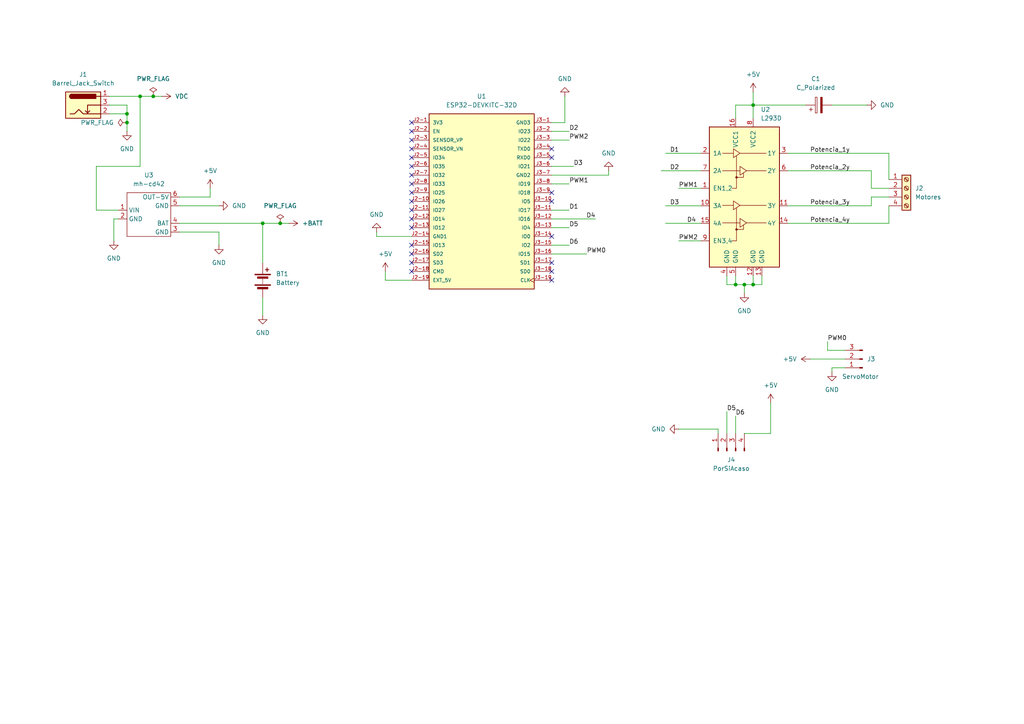
<source format=kicad_sch>
(kicad_sch
	(version 20231120)
	(generator "eeschema")
	(generator_version "8.0")
	(uuid "62369da6-ce0c-4e2a-be12-ffb5b7e6f278")
	(paper "A4")
	(lib_symbols
		(symbol "Connector:Barrel_Jack_Switch"
			(pin_names hide)
			(exclude_from_sim no)
			(in_bom yes)
			(on_board yes)
			(property "Reference" "J"
				(at 0 5.334 0)
				(effects
					(font
						(size 1.27 1.27)
					)
				)
			)
			(property "Value" "Barrel_Jack_Switch"
				(at 0 -5.08 0)
				(effects
					(font
						(size 1.27 1.27)
					)
				)
			)
			(property "Footprint" ""
				(at 1.27 -1.016 0)
				(effects
					(font
						(size 1.27 1.27)
					)
					(hide yes)
				)
			)
			(property "Datasheet" "~"
				(at 1.27 -1.016 0)
				(effects
					(font
						(size 1.27 1.27)
					)
					(hide yes)
				)
			)
			(property "Description" "DC Barrel Jack with an internal switch"
				(at 0 0 0)
				(effects
					(font
						(size 1.27 1.27)
					)
					(hide yes)
				)
			)
			(property "ki_keywords" "DC power barrel jack connector"
				(at 0 0 0)
				(effects
					(font
						(size 1.27 1.27)
					)
					(hide yes)
				)
			)
			(property "ki_fp_filters" "BarrelJack*"
				(at 0 0 0)
				(effects
					(font
						(size 1.27 1.27)
					)
					(hide yes)
				)
			)
			(symbol "Barrel_Jack_Switch_0_1"
				(rectangle
					(start -5.08 3.81)
					(end 5.08 -3.81)
					(stroke
						(width 0.254)
						(type default)
					)
					(fill
						(type background)
					)
				)
				(arc
					(start -3.302 3.175)
					(mid -3.9343 2.54)
					(end -3.302 1.905)
					(stroke
						(width 0.254)
						(type default)
					)
					(fill
						(type none)
					)
				)
				(arc
					(start -3.302 3.175)
					(mid -3.9343 2.54)
					(end -3.302 1.905)
					(stroke
						(width 0.254)
						(type default)
					)
					(fill
						(type outline)
					)
				)
				(polyline
					(pts
						(xy 1.27 -2.286) (xy 1.905 -1.651)
					)
					(stroke
						(width 0.254)
						(type default)
					)
					(fill
						(type none)
					)
				)
				(polyline
					(pts
						(xy 5.08 2.54) (xy 3.81 2.54)
					)
					(stroke
						(width 0.254)
						(type default)
					)
					(fill
						(type none)
					)
				)
				(polyline
					(pts
						(xy 5.08 0) (xy 1.27 0) (xy 1.27 -2.286) (xy 0.635 -1.651)
					)
					(stroke
						(width 0.254)
						(type default)
					)
					(fill
						(type none)
					)
				)
				(polyline
					(pts
						(xy -3.81 -2.54) (xy -2.54 -2.54) (xy -1.27 -1.27) (xy 0 -2.54) (xy 2.54 -2.54) (xy 5.08 -2.54)
					)
					(stroke
						(width 0.254)
						(type default)
					)
					(fill
						(type none)
					)
				)
				(rectangle
					(start 3.683 3.175)
					(end -3.302 1.905)
					(stroke
						(width 0.254)
						(type default)
					)
					(fill
						(type outline)
					)
				)
			)
			(symbol "Barrel_Jack_Switch_1_1"
				(pin passive line
					(at 7.62 2.54 180)
					(length 2.54)
					(name "~"
						(effects
							(font
								(size 1.27 1.27)
							)
						)
					)
					(number "1"
						(effects
							(font
								(size 1.27 1.27)
							)
						)
					)
				)
				(pin passive line
					(at 7.62 -2.54 180)
					(length 2.54)
					(name "~"
						(effects
							(font
								(size 1.27 1.27)
							)
						)
					)
					(number "2"
						(effects
							(font
								(size 1.27 1.27)
							)
						)
					)
				)
				(pin passive line
					(at 7.62 0 180)
					(length 2.54)
					(name "~"
						(effects
							(font
								(size 1.27 1.27)
							)
						)
					)
					(number "3"
						(effects
							(font
								(size 1.27 1.27)
							)
						)
					)
				)
			)
		)
		(symbol "Connector:Conn_01x03_Pin"
			(pin_names
				(offset 1.016) hide)
			(exclude_from_sim no)
			(in_bom yes)
			(on_board yes)
			(property "Reference" "J"
				(at 0 5.08 0)
				(effects
					(font
						(size 1.27 1.27)
					)
				)
			)
			(property "Value" "Conn_01x03_Pin"
				(at 0 -5.08 0)
				(effects
					(font
						(size 1.27 1.27)
					)
				)
			)
			(property "Footprint" ""
				(at 0 0 0)
				(effects
					(font
						(size 1.27 1.27)
					)
					(hide yes)
				)
			)
			(property "Datasheet" "~"
				(at 0 0 0)
				(effects
					(font
						(size 1.27 1.27)
					)
					(hide yes)
				)
			)
			(property "Description" "Generic connector, single row, 01x03, script generated"
				(at 0 0 0)
				(effects
					(font
						(size 1.27 1.27)
					)
					(hide yes)
				)
			)
			(property "ki_locked" ""
				(at 0 0 0)
				(effects
					(font
						(size 1.27 1.27)
					)
				)
			)
			(property "ki_keywords" "connector"
				(at 0 0 0)
				(effects
					(font
						(size 1.27 1.27)
					)
					(hide yes)
				)
			)
			(property "ki_fp_filters" "Connector*:*_1x??_*"
				(at 0 0 0)
				(effects
					(font
						(size 1.27 1.27)
					)
					(hide yes)
				)
			)
			(symbol "Conn_01x03_Pin_1_1"
				(polyline
					(pts
						(xy 1.27 -2.54) (xy 0.8636 -2.54)
					)
					(stroke
						(width 0.1524)
						(type default)
					)
					(fill
						(type none)
					)
				)
				(polyline
					(pts
						(xy 1.27 0) (xy 0.8636 0)
					)
					(stroke
						(width 0.1524)
						(type default)
					)
					(fill
						(type none)
					)
				)
				(polyline
					(pts
						(xy 1.27 2.54) (xy 0.8636 2.54)
					)
					(stroke
						(width 0.1524)
						(type default)
					)
					(fill
						(type none)
					)
				)
				(rectangle
					(start 0.8636 -2.413)
					(end 0 -2.667)
					(stroke
						(width 0.1524)
						(type default)
					)
					(fill
						(type outline)
					)
				)
				(rectangle
					(start 0.8636 0.127)
					(end 0 -0.127)
					(stroke
						(width 0.1524)
						(type default)
					)
					(fill
						(type outline)
					)
				)
				(rectangle
					(start 0.8636 2.667)
					(end 0 2.413)
					(stroke
						(width 0.1524)
						(type default)
					)
					(fill
						(type outline)
					)
				)
				(pin passive line
					(at 5.08 2.54 180)
					(length 3.81)
					(name "Pin_1"
						(effects
							(font
								(size 1.27 1.27)
							)
						)
					)
					(number "1"
						(effects
							(font
								(size 1.27 1.27)
							)
						)
					)
				)
				(pin passive line
					(at 5.08 0 180)
					(length 3.81)
					(name "Pin_2"
						(effects
							(font
								(size 1.27 1.27)
							)
						)
					)
					(number "2"
						(effects
							(font
								(size 1.27 1.27)
							)
						)
					)
				)
				(pin passive line
					(at 5.08 -2.54 180)
					(length 3.81)
					(name "Pin_3"
						(effects
							(font
								(size 1.27 1.27)
							)
						)
					)
					(number "3"
						(effects
							(font
								(size 1.27 1.27)
							)
						)
					)
				)
			)
		)
		(symbol "Connector:Conn_01x04_Pin"
			(pin_names
				(offset 1.016) hide)
			(exclude_from_sim no)
			(in_bom yes)
			(on_board yes)
			(property "Reference" "J"
				(at 0 5.08 0)
				(effects
					(font
						(size 1.27 1.27)
					)
				)
			)
			(property "Value" "Conn_01x04_Pin"
				(at 0 -7.62 0)
				(effects
					(font
						(size 1.27 1.27)
					)
				)
			)
			(property "Footprint" ""
				(at 0 0 0)
				(effects
					(font
						(size 1.27 1.27)
					)
					(hide yes)
				)
			)
			(property "Datasheet" "~"
				(at 0 0 0)
				(effects
					(font
						(size 1.27 1.27)
					)
					(hide yes)
				)
			)
			(property "Description" "Generic connector, single row, 01x04, script generated"
				(at 0 0 0)
				(effects
					(font
						(size 1.27 1.27)
					)
					(hide yes)
				)
			)
			(property "ki_locked" ""
				(at 0 0 0)
				(effects
					(font
						(size 1.27 1.27)
					)
				)
			)
			(property "ki_keywords" "connector"
				(at 0 0 0)
				(effects
					(font
						(size 1.27 1.27)
					)
					(hide yes)
				)
			)
			(property "ki_fp_filters" "Connector*:*_1x??_*"
				(at 0 0 0)
				(effects
					(font
						(size 1.27 1.27)
					)
					(hide yes)
				)
			)
			(symbol "Conn_01x04_Pin_1_1"
				(polyline
					(pts
						(xy 1.27 -5.08) (xy 0.8636 -5.08)
					)
					(stroke
						(width 0.1524)
						(type default)
					)
					(fill
						(type none)
					)
				)
				(polyline
					(pts
						(xy 1.27 -2.54) (xy 0.8636 -2.54)
					)
					(stroke
						(width 0.1524)
						(type default)
					)
					(fill
						(type none)
					)
				)
				(polyline
					(pts
						(xy 1.27 0) (xy 0.8636 0)
					)
					(stroke
						(width 0.1524)
						(type default)
					)
					(fill
						(type none)
					)
				)
				(polyline
					(pts
						(xy 1.27 2.54) (xy 0.8636 2.54)
					)
					(stroke
						(width 0.1524)
						(type default)
					)
					(fill
						(type none)
					)
				)
				(rectangle
					(start 0.8636 -4.953)
					(end 0 -5.207)
					(stroke
						(width 0.1524)
						(type default)
					)
					(fill
						(type outline)
					)
				)
				(rectangle
					(start 0.8636 -2.413)
					(end 0 -2.667)
					(stroke
						(width 0.1524)
						(type default)
					)
					(fill
						(type outline)
					)
				)
				(rectangle
					(start 0.8636 0.127)
					(end 0 -0.127)
					(stroke
						(width 0.1524)
						(type default)
					)
					(fill
						(type outline)
					)
				)
				(rectangle
					(start 0.8636 2.667)
					(end 0 2.413)
					(stroke
						(width 0.1524)
						(type default)
					)
					(fill
						(type outline)
					)
				)
				(pin passive line
					(at 5.08 2.54 180)
					(length 3.81)
					(name "Pin_1"
						(effects
							(font
								(size 1.27 1.27)
							)
						)
					)
					(number "1"
						(effects
							(font
								(size 1.27 1.27)
							)
						)
					)
				)
				(pin passive line
					(at 5.08 0 180)
					(length 3.81)
					(name "Pin_2"
						(effects
							(font
								(size 1.27 1.27)
							)
						)
					)
					(number "2"
						(effects
							(font
								(size 1.27 1.27)
							)
						)
					)
				)
				(pin passive line
					(at 5.08 -2.54 180)
					(length 3.81)
					(name "Pin_3"
						(effects
							(font
								(size 1.27 1.27)
							)
						)
					)
					(number "3"
						(effects
							(font
								(size 1.27 1.27)
							)
						)
					)
				)
				(pin passive line
					(at 5.08 -5.08 180)
					(length 3.81)
					(name "Pin_4"
						(effects
							(font
								(size 1.27 1.27)
							)
						)
					)
					(number "4"
						(effects
							(font
								(size 1.27 1.27)
							)
						)
					)
				)
			)
		)
		(symbol "Connector:Screw_Terminal_01x04"
			(pin_names
				(offset 1.016) hide)
			(exclude_from_sim no)
			(in_bom yes)
			(on_board yes)
			(property "Reference" "J"
				(at 0 5.08 0)
				(effects
					(font
						(size 1.27 1.27)
					)
				)
			)
			(property "Value" "Screw_Terminal_01x04"
				(at 0 -7.62 0)
				(effects
					(font
						(size 1.27 1.27)
					)
				)
			)
			(property "Footprint" ""
				(at 0 0 0)
				(effects
					(font
						(size 1.27 1.27)
					)
					(hide yes)
				)
			)
			(property "Datasheet" "~"
				(at 0 0 0)
				(effects
					(font
						(size 1.27 1.27)
					)
					(hide yes)
				)
			)
			(property "Description" "Generic screw terminal, single row, 01x04, script generated (kicad-library-utils/schlib/autogen/connector/)"
				(at 0 0 0)
				(effects
					(font
						(size 1.27 1.27)
					)
					(hide yes)
				)
			)
			(property "ki_keywords" "screw terminal"
				(at 0 0 0)
				(effects
					(font
						(size 1.27 1.27)
					)
					(hide yes)
				)
			)
			(property "ki_fp_filters" "TerminalBlock*:*"
				(at 0 0 0)
				(effects
					(font
						(size 1.27 1.27)
					)
					(hide yes)
				)
			)
			(symbol "Screw_Terminal_01x04_1_1"
				(rectangle
					(start -1.27 3.81)
					(end 1.27 -6.35)
					(stroke
						(width 0.254)
						(type default)
					)
					(fill
						(type background)
					)
				)
				(circle
					(center 0 -5.08)
					(radius 0.635)
					(stroke
						(width 0.1524)
						(type default)
					)
					(fill
						(type none)
					)
				)
				(circle
					(center 0 -2.54)
					(radius 0.635)
					(stroke
						(width 0.1524)
						(type default)
					)
					(fill
						(type none)
					)
				)
				(polyline
					(pts
						(xy -0.5334 -4.7498) (xy 0.3302 -5.588)
					)
					(stroke
						(width 0.1524)
						(type default)
					)
					(fill
						(type none)
					)
				)
				(polyline
					(pts
						(xy -0.5334 -2.2098) (xy 0.3302 -3.048)
					)
					(stroke
						(width 0.1524)
						(type default)
					)
					(fill
						(type none)
					)
				)
				(polyline
					(pts
						(xy -0.5334 0.3302) (xy 0.3302 -0.508)
					)
					(stroke
						(width 0.1524)
						(type default)
					)
					(fill
						(type none)
					)
				)
				(polyline
					(pts
						(xy -0.5334 2.8702) (xy 0.3302 2.032)
					)
					(stroke
						(width 0.1524)
						(type default)
					)
					(fill
						(type none)
					)
				)
				(polyline
					(pts
						(xy -0.3556 -4.572) (xy 0.508 -5.4102)
					)
					(stroke
						(width 0.1524)
						(type default)
					)
					(fill
						(type none)
					)
				)
				(polyline
					(pts
						(xy -0.3556 -2.032) (xy 0.508 -2.8702)
					)
					(stroke
						(width 0.1524)
						(type default)
					)
					(fill
						(type none)
					)
				)
				(polyline
					(pts
						(xy -0.3556 0.508) (xy 0.508 -0.3302)
					)
					(stroke
						(width 0.1524)
						(type default)
					)
					(fill
						(type none)
					)
				)
				(polyline
					(pts
						(xy -0.3556 3.048) (xy 0.508 2.2098)
					)
					(stroke
						(width 0.1524)
						(type default)
					)
					(fill
						(type none)
					)
				)
				(circle
					(center 0 0)
					(radius 0.635)
					(stroke
						(width 0.1524)
						(type default)
					)
					(fill
						(type none)
					)
				)
				(circle
					(center 0 2.54)
					(radius 0.635)
					(stroke
						(width 0.1524)
						(type default)
					)
					(fill
						(type none)
					)
				)
				(pin passive line
					(at -5.08 2.54 0)
					(length 3.81)
					(name "Pin_1"
						(effects
							(font
								(size 1.27 1.27)
							)
						)
					)
					(number "1"
						(effects
							(font
								(size 1.27 1.27)
							)
						)
					)
				)
				(pin passive line
					(at -5.08 0 0)
					(length 3.81)
					(name "Pin_2"
						(effects
							(font
								(size 1.27 1.27)
							)
						)
					)
					(number "2"
						(effects
							(font
								(size 1.27 1.27)
							)
						)
					)
				)
				(pin passive line
					(at -5.08 -2.54 0)
					(length 3.81)
					(name "Pin_3"
						(effects
							(font
								(size 1.27 1.27)
							)
						)
					)
					(number "3"
						(effects
							(font
								(size 1.27 1.27)
							)
						)
					)
				)
				(pin passive line
					(at -5.08 -5.08 0)
					(length 3.81)
					(name "Pin_4"
						(effects
							(font
								(size 1.27 1.27)
							)
						)
					)
					(number "4"
						(effects
							(font
								(size 1.27 1.27)
							)
						)
					)
				)
			)
		)
		(symbol "Device:Battery"
			(pin_numbers hide)
			(pin_names
				(offset 0) hide)
			(exclude_from_sim no)
			(in_bom yes)
			(on_board yes)
			(property "Reference" "BT"
				(at 2.54 2.54 0)
				(effects
					(font
						(size 1.27 1.27)
					)
					(justify left)
				)
			)
			(property "Value" "Battery"
				(at 2.54 0 0)
				(effects
					(font
						(size 1.27 1.27)
					)
					(justify left)
				)
			)
			(property "Footprint" ""
				(at 0 1.524 90)
				(effects
					(font
						(size 1.27 1.27)
					)
					(hide yes)
				)
			)
			(property "Datasheet" "~"
				(at 0 1.524 90)
				(effects
					(font
						(size 1.27 1.27)
					)
					(hide yes)
				)
			)
			(property "Description" "Multiple-cell battery"
				(at 0 0 0)
				(effects
					(font
						(size 1.27 1.27)
					)
					(hide yes)
				)
			)
			(property "ki_keywords" "batt voltage-source cell"
				(at 0 0 0)
				(effects
					(font
						(size 1.27 1.27)
					)
					(hide yes)
				)
			)
			(symbol "Battery_0_1"
				(rectangle
					(start -2.286 -1.27)
					(end 2.286 -1.524)
					(stroke
						(width 0)
						(type default)
					)
					(fill
						(type outline)
					)
				)
				(rectangle
					(start -2.286 1.778)
					(end 2.286 1.524)
					(stroke
						(width 0)
						(type default)
					)
					(fill
						(type outline)
					)
				)
				(rectangle
					(start -1.524 -2.032)
					(end 1.524 -2.54)
					(stroke
						(width 0)
						(type default)
					)
					(fill
						(type outline)
					)
				)
				(rectangle
					(start -1.524 1.016)
					(end 1.524 0.508)
					(stroke
						(width 0)
						(type default)
					)
					(fill
						(type outline)
					)
				)
				(polyline
					(pts
						(xy 0 -1.016) (xy 0 -0.762)
					)
					(stroke
						(width 0)
						(type default)
					)
					(fill
						(type none)
					)
				)
				(polyline
					(pts
						(xy 0 -0.508) (xy 0 -0.254)
					)
					(stroke
						(width 0)
						(type default)
					)
					(fill
						(type none)
					)
				)
				(polyline
					(pts
						(xy 0 0) (xy 0 0.254)
					)
					(stroke
						(width 0)
						(type default)
					)
					(fill
						(type none)
					)
				)
				(polyline
					(pts
						(xy 0 1.778) (xy 0 2.54)
					)
					(stroke
						(width 0)
						(type default)
					)
					(fill
						(type none)
					)
				)
				(polyline
					(pts
						(xy 0.762 3.048) (xy 1.778 3.048)
					)
					(stroke
						(width 0.254)
						(type default)
					)
					(fill
						(type none)
					)
				)
				(polyline
					(pts
						(xy 1.27 3.556) (xy 1.27 2.54)
					)
					(stroke
						(width 0.254)
						(type default)
					)
					(fill
						(type none)
					)
				)
			)
			(symbol "Battery_1_1"
				(pin passive line
					(at 0 5.08 270)
					(length 2.54)
					(name "+"
						(effects
							(font
								(size 1.27 1.27)
							)
						)
					)
					(number "1"
						(effects
							(font
								(size 1.27 1.27)
							)
						)
					)
				)
				(pin passive line
					(at 0 -5.08 90)
					(length 2.54)
					(name "-"
						(effects
							(font
								(size 1.27 1.27)
							)
						)
					)
					(number "2"
						(effects
							(font
								(size 1.27 1.27)
							)
						)
					)
				)
			)
		)
		(symbol "Device:C_Polarized"
			(pin_numbers hide)
			(pin_names
				(offset 0.254)
			)
			(exclude_from_sim no)
			(in_bom yes)
			(on_board yes)
			(property "Reference" "C"
				(at 0.635 2.54 0)
				(effects
					(font
						(size 1.27 1.27)
					)
					(justify left)
				)
			)
			(property "Value" "C_Polarized"
				(at 0.635 -2.54 0)
				(effects
					(font
						(size 1.27 1.27)
					)
					(justify left)
				)
			)
			(property "Footprint" ""
				(at 0.9652 -3.81 0)
				(effects
					(font
						(size 1.27 1.27)
					)
					(hide yes)
				)
			)
			(property "Datasheet" "~"
				(at 0 0 0)
				(effects
					(font
						(size 1.27 1.27)
					)
					(hide yes)
				)
			)
			(property "Description" "Polarized capacitor"
				(at 0 0 0)
				(effects
					(font
						(size 1.27 1.27)
					)
					(hide yes)
				)
			)
			(property "ki_keywords" "cap capacitor"
				(at 0 0 0)
				(effects
					(font
						(size 1.27 1.27)
					)
					(hide yes)
				)
			)
			(property "ki_fp_filters" "CP_*"
				(at 0 0 0)
				(effects
					(font
						(size 1.27 1.27)
					)
					(hide yes)
				)
			)
			(symbol "C_Polarized_0_1"
				(rectangle
					(start -2.286 0.508)
					(end 2.286 1.016)
					(stroke
						(width 0)
						(type default)
					)
					(fill
						(type none)
					)
				)
				(polyline
					(pts
						(xy -1.778 2.286) (xy -0.762 2.286)
					)
					(stroke
						(width 0)
						(type default)
					)
					(fill
						(type none)
					)
				)
				(polyline
					(pts
						(xy -1.27 2.794) (xy -1.27 1.778)
					)
					(stroke
						(width 0)
						(type default)
					)
					(fill
						(type none)
					)
				)
				(rectangle
					(start 2.286 -0.508)
					(end -2.286 -1.016)
					(stroke
						(width 0)
						(type default)
					)
					(fill
						(type outline)
					)
				)
			)
			(symbol "C_Polarized_1_1"
				(pin passive line
					(at 0 3.81 270)
					(length 2.794)
					(name "~"
						(effects
							(font
								(size 1.27 1.27)
							)
						)
					)
					(number "1"
						(effects
							(font
								(size 1.27 1.27)
							)
						)
					)
				)
				(pin passive line
					(at 0 -3.81 90)
					(length 2.794)
					(name "~"
						(effects
							(font
								(size 1.27 1.27)
							)
						)
					)
					(number "2"
						(effects
							(font
								(size 1.27 1.27)
							)
						)
					)
				)
			)
		)
		(symbol "Driver_Motor:L293D"
			(pin_names
				(offset 1.016)
			)
			(exclude_from_sim no)
			(in_bom yes)
			(on_board yes)
			(property "Reference" "U"
				(at -5.08 26.035 0)
				(effects
					(font
						(size 1.27 1.27)
					)
					(justify right)
				)
			)
			(property "Value" "L293D"
				(at -5.08 24.13 0)
				(effects
					(font
						(size 1.27 1.27)
					)
					(justify right)
				)
			)
			(property "Footprint" "Package_DIP:DIP-16_W7.62mm"
				(at 6.35 -19.05 0)
				(effects
					(font
						(size 1.27 1.27)
					)
					(justify left)
					(hide yes)
				)
			)
			(property "Datasheet" "http://www.ti.com/lit/ds/symlink/l293.pdf"
				(at -7.62 17.78 0)
				(effects
					(font
						(size 1.27 1.27)
					)
					(hide yes)
				)
			)
			(property "Description" "Quadruple Half-H Drivers"
				(at 0 0 0)
				(effects
					(font
						(size 1.27 1.27)
					)
					(hide yes)
				)
			)
			(property "ki_keywords" "Half-H Driver Motor"
				(at 0 0 0)
				(effects
					(font
						(size 1.27 1.27)
					)
					(hide yes)
				)
			)
			(property "ki_fp_filters" "DIP*W7.62mm*"
				(at 0 0 0)
				(effects
					(font
						(size 1.27 1.27)
					)
					(hide yes)
				)
			)
			(symbol "L293D_0_1"
				(rectangle
					(start -10.16 22.86)
					(end 10.16 -17.78)
					(stroke
						(width 0.254)
						(type default)
					)
					(fill
						(type background)
					)
				)
				(circle
					(center -2.286 -6.858)
					(radius 0.254)
					(stroke
						(width 0)
						(type default)
					)
					(fill
						(type outline)
					)
				)
				(circle
					(center -2.286 8.255)
					(radius 0.254)
					(stroke
						(width 0)
						(type default)
					)
					(fill
						(type outline)
					)
				)
				(polyline
					(pts
						(xy -6.35 -4.953) (xy -1.27 -4.953)
					)
					(stroke
						(width 0)
						(type default)
					)
					(fill
						(type none)
					)
				)
				(polyline
					(pts
						(xy -6.35 0.127) (xy -3.175 0.127)
					)
					(stroke
						(width 0)
						(type default)
					)
					(fill
						(type none)
					)
				)
				(polyline
					(pts
						(xy -6.35 10.16) (xy -1.27 10.16)
					)
					(stroke
						(width 0)
						(type default)
					)
					(fill
						(type none)
					)
				)
				(polyline
					(pts
						(xy -6.35 15.24) (xy -3.175 15.24)
					)
					(stroke
						(width 0)
						(type default)
					)
					(fill
						(type none)
					)
				)
				(polyline
					(pts
						(xy -1.27 0.127) (xy 6.35 0.127)
					)
					(stroke
						(width 0)
						(type default)
					)
					(fill
						(type none)
					)
				)
				(polyline
					(pts
						(xy -1.27 15.24) (xy 6.35 15.24)
					)
					(stroke
						(width 0)
						(type default)
					)
					(fill
						(type none)
					)
				)
				(polyline
					(pts
						(xy 0.635 -4.953) (xy 6.35 -4.953)
					)
					(stroke
						(width 0)
						(type default)
					)
					(fill
						(type none)
					)
				)
				(polyline
					(pts
						(xy 0.635 10.16) (xy 6.35 10.16)
					)
					(stroke
						(width 0)
						(type default)
					)
					(fill
						(type none)
					)
				)
				(polyline
					(pts
						(xy -2.286 -6.858) (xy -0.254 -6.858) (xy -0.254 -5.588)
					)
					(stroke
						(width 0)
						(type default)
					)
					(fill
						(type none)
					)
				)
				(polyline
					(pts
						(xy -2.286 -0.635) (xy -2.286 -10.16) (xy -3.556 -10.16)
					)
					(stroke
						(width 0)
						(type default)
					)
					(fill
						(type none)
					)
				)
				(polyline
					(pts
						(xy -2.286 8.255) (xy -0.254 8.255) (xy -0.254 9.525)
					)
					(stroke
						(width 0)
						(type default)
					)
					(fill
						(type none)
					)
				)
				(polyline
					(pts
						(xy -2.286 14.478) (xy -2.286 5.08) (xy -3.556 5.08)
					)
					(stroke
						(width 0)
						(type default)
					)
					(fill
						(type none)
					)
				)
				(polyline
					(pts
						(xy -3.175 1.397) (xy -3.175 -1.143) (xy -1.27 0.127) (xy -3.175 1.397)
					)
					(stroke
						(width 0)
						(type default)
					)
					(fill
						(type none)
					)
				)
				(polyline
					(pts
						(xy -3.175 16.51) (xy -3.175 13.97) (xy -1.27 15.24) (xy -3.175 16.51)
					)
					(stroke
						(width 0)
						(type default)
					)
					(fill
						(type none)
					)
				)
				(polyline
					(pts
						(xy -1.27 -3.683) (xy -1.27 -6.223) (xy 0.635 -4.953) (xy -1.27 -3.683)
					)
					(stroke
						(width 0)
						(type default)
					)
					(fill
						(type none)
					)
				)
				(polyline
					(pts
						(xy -1.27 11.43) (xy -1.27 8.89) (xy 0.635 10.16) (xy -1.27 11.43)
					)
					(stroke
						(width 0)
						(type default)
					)
					(fill
						(type none)
					)
				)
			)
			(symbol "L293D_1_1"
				(pin input line
					(at -12.7 5.08 0)
					(length 2.54)
					(name "EN1,2"
						(effects
							(font
								(size 1.27 1.27)
							)
						)
					)
					(number "1"
						(effects
							(font
								(size 1.27 1.27)
							)
						)
					)
				)
				(pin input line
					(at -12.7 0 0)
					(length 2.54)
					(name "3A"
						(effects
							(font
								(size 1.27 1.27)
							)
						)
					)
					(number "10"
						(effects
							(font
								(size 1.27 1.27)
							)
						)
					)
				)
				(pin output line
					(at 12.7 0 180)
					(length 2.54)
					(name "3Y"
						(effects
							(font
								(size 1.27 1.27)
							)
						)
					)
					(number "11"
						(effects
							(font
								(size 1.27 1.27)
							)
						)
					)
				)
				(pin power_in line
					(at 2.54 -20.32 90)
					(length 2.54)
					(name "GND"
						(effects
							(font
								(size 1.27 1.27)
							)
						)
					)
					(number "12"
						(effects
							(font
								(size 1.27 1.27)
							)
						)
					)
				)
				(pin power_in line
					(at 5.08 -20.32 90)
					(length 2.54)
					(name "GND"
						(effects
							(font
								(size 1.27 1.27)
							)
						)
					)
					(number "13"
						(effects
							(font
								(size 1.27 1.27)
							)
						)
					)
				)
				(pin output line
					(at 12.7 -5.08 180)
					(length 2.54)
					(name "4Y"
						(effects
							(font
								(size 1.27 1.27)
							)
						)
					)
					(number "14"
						(effects
							(font
								(size 1.27 1.27)
							)
						)
					)
				)
				(pin input line
					(at -12.7 -5.08 0)
					(length 2.54)
					(name "4A"
						(effects
							(font
								(size 1.27 1.27)
							)
						)
					)
					(number "15"
						(effects
							(font
								(size 1.27 1.27)
							)
						)
					)
				)
				(pin power_in line
					(at -2.54 25.4 270)
					(length 2.54)
					(name "VCC1"
						(effects
							(font
								(size 1.27 1.27)
							)
						)
					)
					(number "16"
						(effects
							(font
								(size 1.27 1.27)
							)
						)
					)
				)
				(pin input line
					(at -12.7 15.24 0)
					(length 2.54)
					(name "1A"
						(effects
							(font
								(size 1.27 1.27)
							)
						)
					)
					(number "2"
						(effects
							(font
								(size 1.27 1.27)
							)
						)
					)
				)
				(pin output line
					(at 12.7 15.24 180)
					(length 2.54)
					(name "1Y"
						(effects
							(font
								(size 1.27 1.27)
							)
						)
					)
					(number "3"
						(effects
							(font
								(size 1.27 1.27)
							)
						)
					)
				)
				(pin power_in line
					(at -5.08 -20.32 90)
					(length 2.54)
					(name "GND"
						(effects
							(font
								(size 1.27 1.27)
							)
						)
					)
					(number "4"
						(effects
							(font
								(size 1.27 1.27)
							)
						)
					)
				)
				(pin power_in line
					(at -2.54 -20.32 90)
					(length 2.54)
					(name "GND"
						(effects
							(font
								(size 1.27 1.27)
							)
						)
					)
					(number "5"
						(effects
							(font
								(size 1.27 1.27)
							)
						)
					)
				)
				(pin output line
					(at 12.7 10.16 180)
					(length 2.54)
					(name "2Y"
						(effects
							(font
								(size 1.27 1.27)
							)
						)
					)
					(number "6"
						(effects
							(font
								(size 1.27 1.27)
							)
						)
					)
				)
				(pin input line
					(at -12.7 10.16 0)
					(length 2.54)
					(name "2A"
						(effects
							(font
								(size 1.27 1.27)
							)
						)
					)
					(number "7"
						(effects
							(font
								(size 1.27 1.27)
							)
						)
					)
				)
				(pin power_in line
					(at 2.54 25.4 270)
					(length 2.54)
					(name "VCC2"
						(effects
							(font
								(size 1.27 1.27)
							)
						)
					)
					(number "8"
						(effects
							(font
								(size 1.27 1.27)
							)
						)
					)
				)
				(pin input line
					(at -12.7 -10.16 0)
					(length 2.54)
					(name "EN3,4"
						(effects
							(font
								(size 1.27 1.27)
							)
						)
					)
					(number "9"
						(effects
							(font
								(size 1.27 1.27)
							)
						)
					)
				)
			)
		)
		(symbol "ESP32-DevKitC:ESP32-DEVKITC-32D"
			(pin_names
				(offset 1.016)
			)
			(exclude_from_sim no)
			(in_bom yes)
			(on_board yes)
			(property "Reference" "U"
				(at -15.2572 26.0643 0)
				(effects
					(font
						(size 1.27 1.27)
					)
					(justify left bottom)
				)
			)
			(property "Value" "ESP32-DEVKITC-32D"
				(at -15.2563 -27.9698 0)
				(effects
					(font
						(size 1.27 1.27)
					)
					(justify left bottom)
				)
			)
			(property "Footprint" "ESP32-DEVKITC-32D:MODULE_ESP32-DEVKITC-32D"
				(at 0 0 0)
				(effects
					(font
						(size 1.27 1.27)
					)
					(justify bottom)
					(hide yes)
				)
			)
			(property "Datasheet" ""
				(at 0 0 0)
				(effects
					(font
						(size 1.27 1.27)
					)
					(hide yes)
				)
			)
			(property "Description" ""
				(at 0 0 0)
				(effects
					(font
						(size 1.27 1.27)
					)
					(hide yes)
				)
			)
			(property "DigiKey_Part_Number" "4166-ESP32-DEVKITC-32D-ND"
				(at 0 0 0)
				(effects
					(font
						(size 1.27 1.27)
					)
					(justify bottom)
					(hide yes)
				)
			)
			(property "SnapEDA_Link" "https://www.snapeda.com/parts/ESP32-DEVKITC-32D/Espressif+Systems/view-part/?ref=snap"
				(at 0 0 0)
				(effects
					(font
						(size 1.27 1.27)
					)
					(justify bottom)
					(hide yes)
				)
			)
			(property "MAXIMUM_PACKAGE_HEIGHT" "N/A"
				(at 0 0 0)
				(effects
					(font
						(size 1.27 1.27)
					)
					(justify bottom)
					(hide yes)
				)
			)
			(property "Package" "None"
				(at 0 0 0)
				(effects
					(font
						(size 1.27 1.27)
					)
					(justify bottom)
					(hide yes)
				)
			)
			(property "Check_prices" "https://www.snapeda.com/parts/ESP32-DEVKITC-32D/Espressif+Systems/view-part/?ref=eda"
				(at 0 0 0)
				(effects
					(font
						(size 1.27 1.27)
					)
					(justify bottom)
					(hide yes)
				)
			)
			(property "STANDARD" "Manufacturer Recommendations"
				(at 0 0 0)
				(effects
					(font
						(size 1.27 1.27)
					)
					(justify bottom)
					(hide yes)
				)
			)
			(property "PARTREV" "V4"
				(at 0 0 0)
				(effects
					(font
						(size 1.27 1.27)
					)
					(justify bottom)
					(hide yes)
				)
			)
			(property "MF" "Espressif Systems"
				(at 0 0 0)
				(effects
					(font
						(size 1.27 1.27)
					)
					(justify bottom)
					(hide yes)
				)
			)
			(property "MP" "ESP32-DEVKITC-32D"
				(at 0 0 0)
				(effects
					(font
						(size 1.27 1.27)
					)
					(justify bottom)
					(hide yes)
				)
			)
			(property "Description_1" "\nWiFi Development Tools (802.11) ESP32 General Development Kit, ESP32-WROOM-32D on the board\n"
				(at 0 0 0)
				(effects
					(font
						(size 1.27 1.27)
					)
					(justify bottom)
					(hide yes)
				)
			)
			(property "MANUFACTURER" "Espressif Systems"
				(at 0 0 0)
				(effects
					(font
						(size 1.27 1.27)
					)
					(justify bottom)
					(hide yes)
				)
			)
			(property "SNAPEDA_PN" "ESP32-DEVKITC-32D"
				(at 0 0 0)
				(effects
					(font
						(size 1.27 1.27)
					)
					(justify bottom)
					(hide yes)
				)
			)
			(symbol "ESP32-DEVKITC-32D_0_0"
				(rectangle
					(start -15.24 -25.4)
					(end 15.24 25.4)
					(stroke
						(width 0.254)
						(type default)
					)
					(fill
						(type background)
					)
				)
				(pin power_in line
					(at -20.32 22.86 0)
					(length 5.08)
					(name "3V3"
						(effects
							(font
								(size 1.016 1.016)
							)
						)
					)
					(number "J2-1"
						(effects
							(font
								(size 1.016 1.016)
							)
						)
					)
				)
				(pin bidirectional line
					(at -20.32 0 0)
					(length 5.08)
					(name "IO26"
						(effects
							(font
								(size 1.016 1.016)
							)
						)
					)
					(number "J2-10"
						(effects
							(font
								(size 1.016 1.016)
							)
						)
					)
				)
				(pin bidirectional line
					(at -20.32 -2.54 0)
					(length 5.08)
					(name "IO27"
						(effects
							(font
								(size 1.016 1.016)
							)
						)
					)
					(number "J2-11"
						(effects
							(font
								(size 1.016 1.016)
							)
						)
					)
				)
				(pin bidirectional line
					(at -20.32 -5.08 0)
					(length 5.08)
					(name "IO14"
						(effects
							(font
								(size 1.016 1.016)
							)
						)
					)
					(number "J2-12"
						(effects
							(font
								(size 1.016 1.016)
							)
						)
					)
				)
				(pin bidirectional line
					(at -20.32 -7.62 0)
					(length 5.08)
					(name "IO12"
						(effects
							(font
								(size 1.016 1.016)
							)
						)
					)
					(number "J2-13"
						(effects
							(font
								(size 1.016 1.016)
							)
						)
					)
				)
				(pin power_in line
					(at -20.32 -10.16 0)
					(length 5.08)
					(name "GND1"
						(effects
							(font
								(size 1.016 1.016)
							)
						)
					)
					(number "J2-14"
						(effects
							(font
								(size 1.016 1.016)
							)
						)
					)
				)
				(pin bidirectional line
					(at -20.32 -12.7 0)
					(length 5.08)
					(name "IO13"
						(effects
							(font
								(size 1.016 1.016)
							)
						)
					)
					(number "J2-15"
						(effects
							(font
								(size 1.016 1.016)
							)
						)
					)
				)
				(pin bidirectional line
					(at -20.32 -15.24 0)
					(length 5.08)
					(name "SD2"
						(effects
							(font
								(size 1.016 1.016)
							)
						)
					)
					(number "J2-16"
						(effects
							(font
								(size 1.016 1.016)
							)
						)
					)
				)
				(pin bidirectional line
					(at -20.32 -17.78 0)
					(length 5.08)
					(name "SD3"
						(effects
							(font
								(size 1.016 1.016)
							)
						)
					)
					(number "J2-17"
						(effects
							(font
								(size 1.016 1.016)
							)
						)
					)
				)
				(pin bidirectional line
					(at -20.32 -20.32 0)
					(length 5.08)
					(name "CMD"
						(effects
							(font
								(size 1.016 1.016)
							)
						)
					)
					(number "J2-18"
						(effects
							(font
								(size 1.016 1.016)
							)
						)
					)
				)
				(pin power_in line
					(at -20.32 -22.86 0)
					(length 5.08)
					(name "EXT_5V"
						(effects
							(font
								(size 1.016 1.016)
							)
						)
					)
					(number "J2-19"
						(effects
							(font
								(size 1.016 1.016)
							)
						)
					)
				)
				(pin input line
					(at -20.32 20.32 0)
					(length 5.08)
					(name "EN"
						(effects
							(font
								(size 1.016 1.016)
							)
						)
					)
					(number "J2-2"
						(effects
							(font
								(size 1.016 1.016)
							)
						)
					)
				)
				(pin input line
					(at -20.32 17.78 0)
					(length 5.08)
					(name "SENSOR_VP"
						(effects
							(font
								(size 1.016 1.016)
							)
						)
					)
					(number "J2-3"
						(effects
							(font
								(size 1.016 1.016)
							)
						)
					)
				)
				(pin input line
					(at -20.32 15.24 0)
					(length 5.08)
					(name "SENSOR_VN"
						(effects
							(font
								(size 1.016 1.016)
							)
						)
					)
					(number "J2-4"
						(effects
							(font
								(size 1.016 1.016)
							)
						)
					)
				)
				(pin bidirectional line
					(at -20.32 12.7 0)
					(length 5.08)
					(name "IO34"
						(effects
							(font
								(size 1.016 1.016)
							)
						)
					)
					(number "J2-5"
						(effects
							(font
								(size 1.016 1.016)
							)
						)
					)
				)
				(pin bidirectional line
					(at -20.32 10.16 0)
					(length 5.08)
					(name "IO35"
						(effects
							(font
								(size 1.016 1.016)
							)
						)
					)
					(number "J2-6"
						(effects
							(font
								(size 1.016 1.016)
							)
						)
					)
				)
				(pin bidirectional line
					(at -20.32 7.62 0)
					(length 5.08)
					(name "IO32"
						(effects
							(font
								(size 1.016 1.016)
							)
						)
					)
					(number "J2-7"
						(effects
							(font
								(size 1.016 1.016)
							)
						)
					)
				)
				(pin bidirectional line
					(at -20.32 5.08 0)
					(length 5.08)
					(name "IO33"
						(effects
							(font
								(size 1.016 1.016)
							)
						)
					)
					(number "J2-8"
						(effects
							(font
								(size 1.016 1.016)
							)
						)
					)
				)
				(pin bidirectional line
					(at -20.32 2.54 0)
					(length 5.08)
					(name "IO25"
						(effects
							(font
								(size 1.016 1.016)
							)
						)
					)
					(number "J2-9"
						(effects
							(font
								(size 1.016 1.016)
							)
						)
					)
				)
				(pin power_in line
					(at 20.32 22.86 180)
					(length 5.08)
					(name "GND3"
						(effects
							(font
								(size 1.016 1.016)
							)
						)
					)
					(number "J3-1"
						(effects
							(font
								(size 1.016 1.016)
							)
						)
					)
				)
				(pin bidirectional line
					(at 20.32 0 180)
					(length 5.08)
					(name "IO5"
						(effects
							(font
								(size 1.016 1.016)
							)
						)
					)
					(number "J3-10"
						(effects
							(font
								(size 1.016 1.016)
							)
						)
					)
				)
				(pin bidirectional line
					(at 20.32 -2.54 180)
					(length 5.08)
					(name "IO17"
						(effects
							(font
								(size 1.016 1.016)
							)
						)
					)
					(number "J3-11"
						(effects
							(font
								(size 1.016 1.016)
							)
						)
					)
				)
				(pin bidirectional line
					(at 20.32 -5.08 180)
					(length 5.08)
					(name "IO16"
						(effects
							(font
								(size 1.016 1.016)
							)
						)
					)
					(number "J3-12"
						(effects
							(font
								(size 1.016 1.016)
							)
						)
					)
				)
				(pin bidirectional line
					(at 20.32 -7.62 180)
					(length 5.08)
					(name "IO4"
						(effects
							(font
								(size 1.016 1.016)
							)
						)
					)
					(number "J3-13"
						(effects
							(font
								(size 1.016 1.016)
							)
						)
					)
				)
				(pin bidirectional line
					(at 20.32 -10.16 180)
					(length 5.08)
					(name "IO0"
						(effects
							(font
								(size 1.016 1.016)
							)
						)
					)
					(number "J3-14"
						(effects
							(font
								(size 1.016 1.016)
							)
						)
					)
				)
				(pin bidirectional line
					(at 20.32 -12.7 180)
					(length 5.08)
					(name "IO2"
						(effects
							(font
								(size 1.016 1.016)
							)
						)
					)
					(number "J3-15"
						(effects
							(font
								(size 1.016 1.016)
							)
						)
					)
				)
				(pin bidirectional line
					(at 20.32 -15.24 180)
					(length 5.08)
					(name "IO15"
						(effects
							(font
								(size 1.016 1.016)
							)
						)
					)
					(number "J3-16"
						(effects
							(font
								(size 1.016 1.016)
							)
						)
					)
				)
				(pin bidirectional line
					(at 20.32 -17.78 180)
					(length 5.08)
					(name "SD1"
						(effects
							(font
								(size 1.016 1.016)
							)
						)
					)
					(number "J3-17"
						(effects
							(font
								(size 1.016 1.016)
							)
						)
					)
				)
				(pin bidirectional line
					(at 20.32 -20.32 180)
					(length 5.08)
					(name "SD0"
						(effects
							(font
								(size 1.016 1.016)
							)
						)
					)
					(number "J3-18"
						(effects
							(font
								(size 1.016 1.016)
							)
						)
					)
				)
				(pin input clock
					(at 20.32 -22.86 180)
					(length 5.08)
					(name "CLK"
						(effects
							(font
								(size 1.016 1.016)
							)
						)
					)
					(number "J3-19"
						(effects
							(font
								(size 1.016 1.016)
							)
						)
					)
				)
				(pin bidirectional line
					(at 20.32 20.32 180)
					(length 5.08)
					(name "IO23"
						(effects
							(font
								(size 1.016 1.016)
							)
						)
					)
					(number "J3-2"
						(effects
							(font
								(size 1.016 1.016)
							)
						)
					)
				)
				(pin bidirectional line
					(at 20.32 17.78 180)
					(length 5.08)
					(name "IO22"
						(effects
							(font
								(size 1.016 1.016)
							)
						)
					)
					(number "J3-3"
						(effects
							(font
								(size 1.016 1.016)
							)
						)
					)
				)
				(pin output line
					(at 20.32 15.24 180)
					(length 5.08)
					(name "TXD0"
						(effects
							(font
								(size 1.016 1.016)
							)
						)
					)
					(number "J3-4"
						(effects
							(font
								(size 1.016 1.016)
							)
						)
					)
				)
				(pin input line
					(at 20.32 12.7 180)
					(length 5.08)
					(name "RXD0"
						(effects
							(font
								(size 1.016 1.016)
							)
						)
					)
					(number "J3-5"
						(effects
							(font
								(size 1.016 1.016)
							)
						)
					)
				)
				(pin bidirectional line
					(at 20.32 10.16 180)
					(length 5.08)
					(name "IO21"
						(effects
							(font
								(size 1.016 1.016)
							)
						)
					)
					(number "J3-6"
						(effects
							(font
								(size 1.016 1.016)
							)
						)
					)
				)
				(pin power_in line
					(at 20.32 7.62 180)
					(length 5.08)
					(name "GND2"
						(effects
							(font
								(size 1.016 1.016)
							)
						)
					)
					(number "J3-7"
						(effects
							(font
								(size 1.016 1.016)
							)
						)
					)
				)
				(pin bidirectional line
					(at 20.32 5.08 180)
					(length 5.08)
					(name "IO19"
						(effects
							(font
								(size 1.016 1.016)
							)
						)
					)
					(number "J3-8"
						(effects
							(font
								(size 1.016 1.016)
							)
						)
					)
				)
				(pin bidirectional line
					(at 20.32 2.54 180)
					(length 5.08)
					(name "IO18"
						(effects
							(font
								(size 1.016 1.016)
							)
						)
					)
					(number "J3-9"
						(effects
							(font
								(size 1.016 1.016)
							)
						)
					)
				)
			)
		)
		(symbol "MH-CD42:mh-cd42"
			(exclude_from_sim no)
			(in_bom yes)
			(on_board yes)
			(property "Reference" "U"
				(at 0 7.62 0)
				(effects
					(font
						(size 1.27 1.27)
					)
				)
			)
			(property "Value" "mh-cd42"
				(at 0 -7.62 0)
				(effects
					(font
						(size 1.27 1.27)
					)
				)
			)
			(property "Footprint" ""
				(at -1.27 5.08 0)
				(effects
					(font
						(size 1.27 1.27)
					)
					(hide yes)
				)
			)
			(property "Datasheet" ""
				(at -1.27 5.08 0)
				(effects
					(font
						(size 1.27 1.27)
					)
					(hide yes)
				)
			)
			(property "Description" ""
				(at 0 0 0)
				(effects
					(font
						(size 1.27 1.27)
					)
					(hide yes)
				)
			)
			(symbol "mh-cd42_0_1"
				(rectangle
					(start -6.35 6.35)
					(end 6.35 -6.35)
					(stroke
						(width 0)
						(type default)
					)
					(fill
						(type none)
					)
				)
			)
			(symbol "mh-cd42_1_1"
				(pin power_in line
					(at -8.89 1.27 0)
					(length 2.54)
					(name "VIN"
						(effects
							(font
								(size 1.27 1.27)
							)
						)
					)
					(number "1"
						(effects
							(font
								(size 1.27 1.27)
							)
						)
					)
				)
				(pin passive line
					(at -8.89 -1.27 0)
					(length 2.54)
					(name "GND"
						(effects
							(font
								(size 1.27 1.27)
							)
						)
					)
					(number "2"
						(effects
							(font
								(size 1.27 1.27)
							)
						)
					)
				)
				(pin passive line
					(at 8.89 -5.08 180)
					(length 2.54)
					(name "GND"
						(effects
							(font
								(size 1.27 1.27)
							)
						)
					)
					(number "3"
						(effects
							(font
								(size 1.27 1.27)
							)
						)
					)
				)
				(pin passive line
					(at 8.89 -2.54 180)
					(length 2.54)
					(name "BAT"
						(effects
							(font
								(size 1.27 1.27)
							)
						)
					)
					(number "4"
						(effects
							(font
								(size 1.27 1.27)
							)
						)
					)
				)
				(pin passive line
					(at 8.89 2.54 180)
					(length 2.54)
					(name "GND"
						(effects
							(font
								(size 1.27 1.27)
							)
						)
					)
					(number "5"
						(effects
							(font
								(size 1.27 1.27)
							)
						)
					)
				)
				(pin power_out line
					(at 8.89 5.08 180)
					(length 2.54)
					(name "OUT-5V"
						(effects
							(font
								(size 1.27 1.27)
							)
						)
					)
					(number "6"
						(effects
							(font
								(size 1.27 1.27)
							)
						)
					)
				)
			)
		)
		(symbol "power:+5V"
			(power)
			(pin_numbers hide)
			(pin_names
				(offset 0) hide)
			(exclude_from_sim no)
			(in_bom yes)
			(on_board yes)
			(property "Reference" "#PWR"
				(at 0 -3.81 0)
				(effects
					(font
						(size 1.27 1.27)
					)
					(hide yes)
				)
			)
			(property "Value" "+5V"
				(at 0 3.556 0)
				(effects
					(font
						(size 1.27 1.27)
					)
				)
			)
			(property "Footprint" ""
				(at 0 0 0)
				(effects
					(font
						(size 1.27 1.27)
					)
					(hide yes)
				)
			)
			(property "Datasheet" ""
				(at 0 0 0)
				(effects
					(font
						(size 1.27 1.27)
					)
					(hide yes)
				)
			)
			(property "Description" "Power symbol creates a global label with name \"+5V\""
				(at 0 0 0)
				(effects
					(font
						(size 1.27 1.27)
					)
					(hide yes)
				)
			)
			(property "ki_keywords" "global power"
				(at 0 0 0)
				(effects
					(font
						(size 1.27 1.27)
					)
					(hide yes)
				)
			)
			(symbol "+5V_0_1"
				(polyline
					(pts
						(xy -0.762 1.27) (xy 0 2.54)
					)
					(stroke
						(width 0)
						(type default)
					)
					(fill
						(type none)
					)
				)
				(polyline
					(pts
						(xy 0 0) (xy 0 2.54)
					)
					(stroke
						(width 0)
						(type default)
					)
					(fill
						(type none)
					)
				)
				(polyline
					(pts
						(xy 0 2.54) (xy 0.762 1.27)
					)
					(stroke
						(width 0)
						(type default)
					)
					(fill
						(type none)
					)
				)
			)
			(symbol "+5V_1_1"
				(pin power_in line
					(at 0 0 90)
					(length 0)
					(name "~"
						(effects
							(font
								(size 1.27 1.27)
							)
						)
					)
					(number "1"
						(effects
							(font
								(size 1.27 1.27)
							)
						)
					)
				)
			)
		)
		(symbol "power:+BATT"
			(power)
			(pin_numbers hide)
			(pin_names
				(offset 0) hide)
			(exclude_from_sim no)
			(in_bom yes)
			(on_board yes)
			(property "Reference" "#PWR"
				(at 0 -3.81 0)
				(effects
					(font
						(size 1.27 1.27)
					)
					(hide yes)
				)
			)
			(property "Value" "+BATT"
				(at 0 3.556 0)
				(effects
					(font
						(size 1.27 1.27)
					)
				)
			)
			(property "Footprint" ""
				(at 0 0 0)
				(effects
					(font
						(size 1.27 1.27)
					)
					(hide yes)
				)
			)
			(property "Datasheet" ""
				(at 0 0 0)
				(effects
					(font
						(size 1.27 1.27)
					)
					(hide yes)
				)
			)
			(property "Description" "Power symbol creates a global label with name \"+BATT\""
				(at 0 0 0)
				(effects
					(font
						(size 1.27 1.27)
					)
					(hide yes)
				)
			)
			(property "ki_keywords" "global power battery"
				(at 0 0 0)
				(effects
					(font
						(size 1.27 1.27)
					)
					(hide yes)
				)
			)
			(symbol "+BATT_0_1"
				(polyline
					(pts
						(xy -0.762 1.27) (xy 0 2.54)
					)
					(stroke
						(width 0)
						(type default)
					)
					(fill
						(type none)
					)
				)
				(polyline
					(pts
						(xy 0 0) (xy 0 2.54)
					)
					(stroke
						(width 0)
						(type default)
					)
					(fill
						(type none)
					)
				)
				(polyline
					(pts
						(xy 0 2.54) (xy 0.762 1.27)
					)
					(stroke
						(width 0)
						(type default)
					)
					(fill
						(type none)
					)
				)
			)
			(symbol "+BATT_1_1"
				(pin power_in line
					(at 0 0 90)
					(length 0)
					(name "~"
						(effects
							(font
								(size 1.27 1.27)
							)
						)
					)
					(number "1"
						(effects
							(font
								(size 1.27 1.27)
							)
						)
					)
				)
			)
		)
		(symbol "power:GND"
			(power)
			(pin_numbers hide)
			(pin_names
				(offset 0) hide)
			(exclude_from_sim no)
			(in_bom yes)
			(on_board yes)
			(property "Reference" "#PWR"
				(at 0 -6.35 0)
				(effects
					(font
						(size 1.27 1.27)
					)
					(hide yes)
				)
			)
			(property "Value" "GND"
				(at 0 -3.81 0)
				(effects
					(font
						(size 1.27 1.27)
					)
				)
			)
			(property "Footprint" ""
				(at 0 0 0)
				(effects
					(font
						(size 1.27 1.27)
					)
					(hide yes)
				)
			)
			(property "Datasheet" ""
				(at 0 0 0)
				(effects
					(font
						(size 1.27 1.27)
					)
					(hide yes)
				)
			)
			(property "Description" "Power symbol creates a global label with name \"GND\" , ground"
				(at 0 0 0)
				(effects
					(font
						(size 1.27 1.27)
					)
					(hide yes)
				)
			)
			(property "ki_keywords" "global power"
				(at 0 0 0)
				(effects
					(font
						(size 1.27 1.27)
					)
					(hide yes)
				)
			)
			(symbol "GND_0_1"
				(polyline
					(pts
						(xy 0 0) (xy 0 -1.27) (xy 1.27 -1.27) (xy 0 -2.54) (xy -1.27 -1.27) (xy 0 -1.27)
					)
					(stroke
						(width 0)
						(type default)
					)
					(fill
						(type none)
					)
				)
			)
			(symbol "GND_1_1"
				(pin power_in line
					(at 0 0 270)
					(length 0)
					(name "~"
						(effects
							(font
								(size 1.27 1.27)
							)
						)
					)
					(number "1"
						(effects
							(font
								(size 1.27 1.27)
							)
						)
					)
				)
			)
		)
		(symbol "power:PWR_FLAG"
			(power)
			(pin_numbers hide)
			(pin_names
				(offset 0) hide)
			(exclude_from_sim no)
			(in_bom yes)
			(on_board yes)
			(property "Reference" "#FLG"
				(at 0 1.905 0)
				(effects
					(font
						(size 1.27 1.27)
					)
					(hide yes)
				)
			)
			(property "Value" "PWR_FLAG"
				(at 0 3.81 0)
				(effects
					(font
						(size 1.27 1.27)
					)
				)
			)
			(property "Footprint" ""
				(at 0 0 0)
				(effects
					(font
						(size 1.27 1.27)
					)
					(hide yes)
				)
			)
			(property "Datasheet" "~"
				(at 0 0 0)
				(effects
					(font
						(size 1.27 1.27)
					)
					(hide yes)
				)
			)
			(property "Description" "Special symbol for telling ERC where power comes from"
				(at 0 0 0)
				(effects
					(font
						(size 1.27 1.27)
					)
					(hide yes)
				)
			)
			(property "ki_keywords" "flag power"
				(at 0 0 0)
				(effects
					(font
						(size 1.27 1.27)
					)
					(hide yes)
				)
			)
			(symbol "PWR_FLAG_0_0"
				(pin power_out line
					(at 0 0 90)
					(length 0)
					(name "~"
						(effects
							(font
								(size 1.27 1.27)
							)
						)
					)
					(number "1"
						(effects
							(font
								(size 1.27 1.27)
							)
						)
					)
				)
			)
			(symbol "PWR_FLAG_0_1"
				(polyline
					(pts
						(xy 0 0) (xy 0 1.27) (xy -1.016 1.905) (xy 0 2.54) (xy 1.016 1.905) (xy 0 1.27)
					)
					(stroke
						(width 0)
						(type default)
					)
					(fill
						(type none)
					)
				)
			)
		)
		(symbol "power:VDC"
			(power)
			(pin_numbers hide)
			(pin_names
				(offset 0) hide)
			(exclude_from_sim no)
			(in_bom yes)
			(on_board yes)
			(property "Reference" "#PWR"
				(at 0 -3.81 0)
				(effects
					(font
						(size 1.27 1.27)
					)
					(hide yes)
				)
			)
			(property "Value" "VDC"
				(at 0 3.556 0)
				(effects
					(font
						(size 1.27 1.27)
					)
				)
			)
			(property "Footprint" ""
				(at 0 0 0)
				(effects
					(font
						(size 1.27 1.27)
					)
					(hide yes)
				)
			)
			(property "Datasheet" ""
				(at 0 0 0)
				(effects
					(font
						(size 1.27 1.27)
					)
					(hide yes)
				)
			)
			(property "Description" "Power symbol creates a global label with name \"VDC\""
				(at 0 0 0)
				(effects
					(font
						(size 1.27 1.27)
					)
					(hide yes)
				)
			)
			(property "ki_keywords" "global power"
				(at 0 0 0)
				(effects
					(font
						(size 1.27 1.27)
					)
					(hide yes)
				)
			)
			(symbol "VDC_0_1"
				(polyline
					(pts
						(xy -0.762 1.27) (xy 0 2.54)
					)
					(stroke
						(width 0)
						(type default)
					)
					(fill
						(type none)
					)
				)
				(polyline
					(pts
						(xy 0 0) (xy 0 2.54)
					)
					(stroke
						(width 0)
						(type default)
					)
					(fill
						(type none)
					)
				)
				(polyline
					(pts
						(xy 0 2.54) (xy 0.762 1.27)
					)
					(stroke
						(width 0)
						(type default)
					)
					(fill
						(type none)
					)
				)
			)
			(symbol "VDC_1_1"
				(pin power_in line
					(at 0 0 90)
					(length 0)
					(name "~"
						(effects
							(font
								(size 1.27 1.27)
							)
						)
					)
					(number "1"
						(effects
							(font
								(size 1.27 1.27)
							)
						)
					)
				)
			)
		)
	)
	(junction
		(at 218.44 30.48)
		(diameter 0)
		(color 0 0 0 0)
		(uuid "22a615a3-be10-4a88-8cf5-d047968c3915")
	)
	(junction
		(at 76.2 64.77)
		(diameter 0)
		(color 0 0 0 0)
		(uuid "3a785f08-839f-4243-ba1c-fd8913b289c5")
	)
	(junction
		(at 218.44 82.55)
		(diameter 0)
		(color 0 0 0 0)
		(uuid "5dd0afd4-a37f-4717-9cde-4033004a1fbd")
	)
	(junction
		(at 40.64 27.94)
		(diameter 0)
		(color 0 0 0 0)
		(uuid "74434e9d-3ba3-4ee8-b7d5-2fc6e23a2731")
	)
	(junction
		(at 44.45 27.94)
		(diameter 0)
		(color 0 0 0 0)
		(uuid "794cf3d4-8d4c-4607-91ab-ba9e07800708")
	)
	(junction
		(at 213.36 82.55)
		(diameter 0)
		(color 0 0 0 0)
		(uuid "b3bad35b-e833-4024-931c-193d938ec405")
	)
	(junction
		(at 81.28 64.77)
		(diameter 0)
		(color 0 0 0 0)
		(uuid "cf892a28-5fb0-4081-9005-441da3062b7f")
	)
	(junction
		(at 215.9 82.55)
		(diameter 0)
		(color 0 0 0 0)
		(uuid "e5965394-113c-491b-9a08-ccfaded86be0")
	)
	(junction
		(at 36.83 33.02)
		(diameter 0)
		(color 0 0 0 0)
		(uuid "e6b26f7f-821f-435d-a26e-8a1655701543")
	)
	(junction
		(at 36.83 35.56)
		(diameter 0)
		(color 0 0 0 0)
		(uuid "f3df7a35-7024-4006-8be1-87d98eb0e2da")
	)
	(no_connect
		(at 160.02 43.18)
		(uuid "02bf9e58-79ce-4bb1-8df0-2bb19a1a3950")
	)
	(no_connect
		(at 119.38 43.18)
		(uuid "0ffad876-70bb-4cc5-be18-a32c445b9c20")
	)
	(no_connect
		(at 119.38 40.64)
		(uuid "141f3f02-350a-4821-9446-f21fb7f784aa")
	)
	(no_connect
		(at 119.38 76.2)
		(uuid "1738ecdd-e421-4cd1-a360-36ed2e90ba0c")
	)
	(no_connect
		(at 160.02 68.58)
		(uuid "25267919-c130-4791-a21f-5d8af9de75da")
	)
	(no_connect
		(at 119.38 50.8)
		(uuid "29ca0687-066a-4b77-ab19-a40260f0818e")
	)
	(no_connect
		(at 119.38 53.34)
		(uuid "2ef63d63-fbcc-4c28-a00b-438d3fd8c39f")
	)
	(no_connect
		(at 119.38 60.96)
		(uuid "3cc6f11d-c82c-4d70-8051-806aee505f53")
	)
	(no_connect
		(at 119.38 78.74)
		(uuid "5dec9e23-cb3b-4b89-b3c4-4d53c32e722f")
	)
	(no_connect
		(at 160.02 58.42)
		(uuid "61ce7dad-a95f-48b8-9cb7-83528116576d")
	)
	(no_connect
		(at 119.38 66.04)
		(uuid "69eed240-71a3-4a5f-a9fb-d982d45d5daf")
	)
	(no_connect
		(at 119.38 55.88)
		(uuid "7d05aad6-9e62-44f7-a907-25dc4fd09d76")
	)
	(no_connect
		(at 160.02 76.2)
		(uuid "7d81ee70-78cf-4e37-bf62-4b05ad9c05b6")
	)
	(no_connect
		(at 119.38 48.26)
		(uuid "9948218b-d026-4f44-becf-e48a37a18916")
	)
	(no_connect
		(at 160.02 78.74)
		(uuid "9e96ad9f-6ba9-4ff4-845d-442b6869d3ff")
	)
	(no_connect
		(at 119.38 35.56)
		(uuid "9f1df09c-e13c-40b5-a402-e75ff9c6c6ef")
	)
	(no_connect
		(at 119.38 45.72)
		(uuid "c58c90ff-e077-4fb3-9da1-c6e86af143af")
	)
	(no_connect
		(at 119.38 58.42)
		(uuid "cea1c249-249f-4474-846f-73e444e0d9ac")
	)
	(no_connect
		(at 160.02 45.72)
		(uuid "d99318f9-d815-447d-8f2d-9da73432127a")
	)
	(no_connect
		(at 119.38 71.12)
		(uuid "e0eb697e-c525-4b1f-9b1b-d46b8c054376")
	)
	(no_connect
		(at 160.02 55.88)
		(uuid "e187baf9-192d-4d2b-a20f-7ad4084c3229")
	)
	(no_connect
		(at 119.38 63.5)
		(uuid "e5b63f3f-c77d-426e-8490-88c5319bbc3b")
	)
	(no_connect
		(at 119.38 73.66)
		(uuid "ea02f09a-3bd9-4e1e-b61b-62355f683a92")
	)
	(no_connect
		(at 160.02 81.28)
		(uuid "f5776f45-7085-4ff1-996c-1c480f915e94")
	)
	(no_connect
		(at 119.38 38.1)
		(uuid "fe0a7752-38bd-421a-8094-fcb896edd6ed")
	)
	(wire
		(pts
			(xy 36.83 33.02) (xy 36.83 35.56)
		)
		(stroke
			(width 0)
			(type default)
		)
		(uuid "04bfa51e-e9df-4297-a3de-78a465578f4a")
	)
	(wire
		(pts
			(xy 213.36 120.65) (xy 213.36 125.73)
		)
		(stroke
			(width 0)
			(type default)
		)
		(uuid "0a9907dc-cdb0-4aac-8055-882ab066f217")
	)
	(wire
		(pts
			(xy 160.02 48.26) (xy 166.37 48.26)
		)
		(stroke
			(width 0)
			(type default)
		)
		(uuid "0e104caa-060c-44ca-831f-bbb2a1003d33")
	)
	(wire
		(pts
			(xy 218.44 82.55) (xy 220.98 82.55)
		)
		(stroke
			(width 0)
			(type default)
		)
		(uuid "121ae9f4-bcb6-40a8-bd07-28fa8ee4b9e8")
	)
	(wire
		(pts
			(xy 160.02 40.64) (xy 165.1 40.64)
		)
		(stroke
			(width 0)
			(type default)
		)
		(uuid "152b64a1-36fe-40f9-8ee2-2580e12bb806")
	)
	(wire
		(pts
			(xy 160.02 63.5) (xy 172.72 63.5)
		)
		(stroke
			(width 0)
			(type default)
		)
		(uuid "18307b02-4aff-419b-8c91-42836b4f5947")
	)
	(wire
		(pts
			(xy 160.02 38.1) (xy 165.1 38.1)
		)
		(stroke
			(width 0)
			(type default)
		)
		(uuid "1d31fbc8-d234-48d0-9de0-fc7d480aaa35")
	)
	(wire
		(pts
			(xy 241.3 30.48) (xy 251.46 30.48)
		)
		(stroke
			(width 0)
			(type default)
		)
		(uuid "23c7ac85-5701-4d8f-8cb2-403d6ebafb53")
	)
	(wire
		(pts
			(xy 215.9 82.55) (xy 218.44 82.55)
		)
		(stroke
			(width 0)
			(type default)
		)
		(uuid "2520bfba-2221-496f-91f1-a6b5b8585e6d")
	)
	(wire
		(pts
			(xy 228.6 59.69) (xy 252.73 59.69)
		)
		(stroke
			(width 0)
			(type default)
		)
		(uuid "25614a08-51ec-47e3-b4f4-5aff2ede9b6a")
	)
	(wire
		(pts
			(xy 218.44 80.01) (xy 218.44 82.55)
		)
		(stroke
			(width 0)
			(type default)
		)
		(uuid "2e409124-67b6-4fc9-81f8-fcf526dda399")
	)
	(wire
		(pts
			(xy 33.02 63.5) (xy 34.29 63.5)
		)
		(stroke
			(width 0)
			(type default)
		)
		(uuid "2e5dcce3-ddf0-4246-9826-72ebcb4b146d")
	)
	(wire
		(pts
			(xy 40.64 27.94) (xy 40.64 48.26)
		)
		(stroke
			(width 0)
			(type default)
		)
		(uuid "2ef416b4-6875-40c6-9192-31a173a869c6")
	)
	(wire
		(pts
			(xy 33.02 69.85) (xy 33.02 63.5)
		)
		(stroke
			(width 0)
			(type default)
		)
		(uuid "2f36ce6a-025a-404c-ac1b-b6f53d231e36")
	)
	(wire
		(pts
			(xy 220.98 80.01) (xy 220.98 82.55)
		)
		(stroke
			(width 0)
			(type default)
		)
		(uuid "304a4a31-d7ae-400e-9ada-aefb0caae53f")
	)
	(wire
		(pts
			(xy 160.02 50.8) (xy 176.53 50.8)
		)
		(stroke
			(width 0)
			(type default)
		)
		(uuid "3a99f00e-b898-4f8b-ae55-337a7ceb2d1e")
	)
	(wire
		(pts
			(xy 31.75 30.48) (xy 36.83 30.48)
		)
		(stroke
			(width 0)
			(type default)
		)
		(uuid "3ac936b0-5410-4f36-9791-85c91acf6a67")
	)
	(wire
		(pts
			(xy 193.04 59.69) (xy 203.2 59.69)
		)
		(stroke
			(width 0)
			(type default)
		)
		(uuid "3d220b1d-c9ae-4e1a-894a-57b75b40a945")
	)
	(wire
		(pts
			(xy 213.36 30.48) (xy 218.44 30.48)
		)
		(stroke
			(width 0)
			(type default)
		)
		(uuid "3f43974f-7757-4154-ab3c-5615ebc6d279")
	)
	(wire
		(pts
			(xy 210.82 119.38) (xy 210.82 125.73)
		)
		(stroke
			(width 0)
			(type default)
		)
		(uuid "461b5afb-a4cd-4a35-9b80-83c8bbdcd050")
	)
	(wire
		(pts
			(xy 160.02 60.96) (xy 165.1 60.96)
		)
		(stroke
			(width 0)
			(type default)
		)
		(uuid "4625a38d-91ac-449f-a02b-e1524b815d7a")
	)
	(wire
		(pts
			(xy 111.76 81.28) (xy 119.38 81.28)
		)
		(stroke
			(width 0)
			(type default)
		)
		(uuid "46de9dd5-5026-44de-9e01-06affc95f883")
	)
	(wire
		(pts
			(xy 218.44 26.67) (xy 218.44 30.48)
		)
		(stroke
			(width 0)
			(type default)
		)
		(uuid "4bb9031f-a545-4f64-a98e-cb62d8911f1c")
	)
	(wire
		(pts
			(xy 213.36 82.55) (xy 215.9 82.55)
		)
		(stroke
			(width 0)
			(type default)
		)
		(uuid "50349d2d-1170-47b5-9d4b-9254e6bbfb49")
	)
	(wire
		(pts
			(xy 76.2 76.2) (xy 76.2 64.77)
		)
		(stroke
			(width 0)
			(type default)
		)
		(uuid "527c99a5-5829-4cd6-817e-d3b229b7b432")
	)
	(wire
		(pts
			(xy 228.6 64.77) (xy 257.81 64.77)
		)
		(stroke
			(width 0)
			(type default)
		)
		(uuid "538c6551-5aee-4a13-9871-2437c5a21aee")
	)
	(wire
		(pts
			(xy 109.22 67.31) (xy 109.22 68.58)
		)
		(stroke
			(width 0)
			(type default)
		)
		(uuid "56e7caac-b87b-40b7-a872-e1a1a206c337")
	)
	(wire
		(pts
			(xy 27.94 48.26) (xy 27.94 60.96)
		)
		(stroke
			(width 0)
			(type default)
		)
		(uuid "6321e594-78d1-4f57-b850-66a957fd0204")
	)
	(wire
		(pts
			(xy 241.3 106.68) (xy 241.3 107.95)
		)
		(stroke
			(width 0)
			(type default)
		)
		(uuid "696d1655-8738-43d2-9e1f-cc68ffb073fc")
	)
	(wire
		(pts
			(xy 81.28 64.77) (xy 83.82 64.77)
		)
		(stroke
			(width 0)
			(type default)
		)
		(uuid "6a59e3be-7f9f-4ecf-9da8-9d2e697d5655")
	)
	(wire
		(pts
			(xy 36.83 35.56) (xy 36.83 38.1)
		)
		(stroke
			(width 0)
			(type default)
		)
		(uuid "6c036888-0531-4a92-80e5-6a0d10dfe8a2")
	)
	(wire
		(pts
			(xy 63.5 71.12) (xy 63.5 67.31)
		)
		(stroke
			(width 0)
			(type default)
		)
		(uuid "6e1e258a-d797-4a4e-be4d-35e91808eb2b")
	)
	(wire
		(pts
			(xy 163.83 27.94) (xy 163.83 35.56)
		)
		(stroke
			(width 0)
			(type default)
		)
		(uuid "6e31b0d0-5b8b-4e24-8334-4089c1ca4d2e")
	)
	(wire
		(pts
			(xy 191.77 49.53) (xy 203.2 49.53)
		)
		(stroke
			(width 0)
			(type default)
		)
		(uuid "719a2d6f-4da4-42a0-a15c-af105613295f")
	)
	(wire
		(pts
			(xy 160.02 53.34) (xy 165.1 53.34)
		)
		(stroke
			(width 0)
			(type default)
		)
		(uuid "7543eadf-b34c-44a0-b3e5-7a7a041290ea")
	)
	(wire
		(pts
			(xy 60.96 54.61) (xy 60.96 57.15)
		)
		(stroke
			(width 0)
			(type default)
		)
		(uuid "780549bc-e97e-4af3-9241-0d2783529ec6")
	)
	(wire
		(pts
			(xy 160.02 71.12) (xy 165.1 71.12)
		)
		(stroke
			(width 0)
			(type default)
		)
		(uuid "7830e3d2-42d5-4d0e-97fc-cf4da119d816")
	)
	(wire
		(pts
			(xy 160.02 35.56) (xy 163.83 35.56)
		)
		(stroke
			(width 0)
			(type default)
		)
		(uuid "79f4a6ce-9035-4438-8581-f27e862f5db3")
	)
	(wire
		(pts
			(xy 213.36 34.29) (xy 213.36 30.48)
		)
		(stroke
			(width 0)
			(type default)
		)
		(uuid "7dc803b5-71f0-4205-8611-2797c6d45232")
	)
	(wire
		(pts
			(xy 176.53 49.53) (xy 176.53 50.8)
		)
		(stroke
			(width 0)
			(type default)
		)
		(uuid "8aca398d-0d6f-497d-a4e8-8d00885f3046")
	)
	(wire
		(pts
			(xy 228.6 44.45) (xy 257.81 44.45)
		)
		(stroke
			(width 0)
			(type default)
		)
		(uuid "8af685dd-c95b-401d-bf78-9d4629a87446")
	)
	(wire
		(pts
			(xy 215.9 82.55) (xy 215.9 85.09)
		)
		(stroke
			(width 0)
			(type default)
		)
		(uuid "90917613-34b3-48b1-815d-3eee26c0912e")
	)
	(wire
		(pts
			(xy 196.85 124.46) (xy 208.28 124.46)
		)
		(stroke
			(width 0)
			(type default)
		)
		(uuid "92f3ea77-80d4-4915-b167-4470dd6808a7")
	)
	(wire
		(pts
			(xy 234.95 104.14) (xy 245.11 104.14)
		)
		(stroke
			(width 0)
			(type default)
		)
		(uuid "930ebc88-3f17-4102-9e3a-d65c9c2965cb")
	)
	(wire
		(pts
			(xy 76.2 86.36) (xy 76.2 91.44)
		)
		(stroke
			(width 0)
			(type default)
		)
		(uuid "95bc3549-7224-467a-9f6e-8b1f19d46a87")
	)
	(wire
		(pts
			(xy 252.73 54.61) (xy 257.81 54.61)
		)
		(stroke
			(width 0)
			(type default)
		)
		(uuid "9bb57eca-4047-46f6-983d-b5a5f858c9a5")
	)
	(wire
		(pts
			(xy 215.9 125.73) (xy 223.52 125.73)
		)
		(stroke
			(width 0)
			(type default)
		)
		(uuid "9fe07e02-ffcc-4c38-b622-fd3acb28185e")
	)
	(wire
		(pts
			(xy 218.44 30.48) (xy 233.68 30.48)
		)
		(stroke
			(width 0)
			(type default)
		)
		(uuid "a0fa7084-b1b2-4e06-abb7-2a0545a18538")
	)
	(wire
		(pts
			(xy 196.85 69.85) (xy 203.2 69.85)
		)
		(stroke
			(width 0)
			(type default)
		)
		(uuid "a273eac7-50fa-471b-bdbe-9841a4ca5a73")
	)
	(wire
		(pts
			(xy 245.11 101.6) (xy 240.03 101.6)
		)
		(stroke
			(width 0)
			(type default)
		)
		(uuid "a4f8a99e-2301-48cc-bf9c-2e570fb22507")
	)
	(wire
		(pts
			(xy 257.81 59.69) (xy 257.81 64.77)
		)
		(stroke
			(width 0)
			(type default)
		)
		(uuid "a74a6230-b0db-4166-93f8-cfc943cb3557")
	)
	(wire
		(pts
			(xy 257.81 44.45) (xy 257.81 52.07)
		)
		(stroke
			(width 0)
			(type default)
		)
		(uuid "aab7cde8-11e4-40f2-8564-8de6bac62213")
	)
	(wire
		(pts
			(xy 76.2 64.77) (xy 81.28 64.77)
		)
		(stroke
			(width 0)
			(type default)
		)
		(uuid "acb60f4a-f0e5-4b05-bba3-185f76bda2a0")
	)
	(wire
		(pts
			(xy 40.64 48.26) (xy 27.94 48.26)
		)
		(stroke
			(width 0)
			(type default)
		)
		(uuid "b085f255-a15a-4e47-9cfb-e2d8863a9eb9")
	)
	(wire
		(pts
			(xy 240.03 99.06) (xy 240.03 101.6)
		)
		(stroke
			(width 0)
			(type default)
		)
		(uuid "b844976d-f9fd-4583-bdee-eae107d4c3f0")
	)
	(wire
		(pts
			(xy 228.6 49.53) (xy 252.73 49.53)
		)
		(stroke
			(width 0)
			(type default)
		)
		(uuid "b9d4f911-6d94-436d-9c0c-5a491e0a282e")
	)
	(wire
		(pts
			(xy 27.94 60.96) (xy 34.29 60.96)
		)
		(stroke
			(width 0)
			(type default)
		)
		(uuid "b9fd3fe4-c2d3-4d11-a63b-3f52e6669818")
	)
	(wire
		(pts
			(xy 193.04 64.77) (xy 203.2 64.77)
		)
		(stroke
			(width 0)
			(type default)
		)
		(uuid "c373953e-4bb8-4e04-8cf3-ae2b6e795372")
	)
	(wire
		(pts
			(xy 252.73 57.15) (xy 257.81 57.15)
		)
		(stroke
			(width 0)
			(type default)
		)
		(uuid "c4f86385-f592-4f61-851e-b3fe31ab88d7")
	)
	(wire
		(pts
			(xy 36.83 30.48) (xy 36.83 33.02)
		)
		(stroke
			(width 0)
			(type default)
		)
		(uuid "c8b6f60b-8f10-4318-b832-b86be97dc361")
	)
	(wire
		(pts
			(xy 44.45 27.94) (xy 46.99 27.94)
		)
		(stroke
			(width 0)
			(type default)
		)
		(uuid "caef0de6-4f62-43bf-a532-78e71173cfba")
	)
	(wire
		(pts
			(xy 193.04 44.45) (xy 203.2 44.45)
		)
		(stroke
			(width 0)
			(type default)
		)
		(uuid "d0a92f89-7f9b-4feb-99b0-5c73b27cbd0b")
	)
	(wire
		(pts
			(xy 160.02 66.04) (xy 165.1 66.04)
		)
		(stroke
			(width 0)
			(type default)
		)
		(uuid "d267892c-34e0-4ee7-a488-97f5e8e3d533")
	)
	(wire
		(pts
			(xy 76.2 64.77) (xy 52.07 64.77)
		)
		(stroke
			(width 0)
			(type default)
		)
		(uuid "d6388378-6a14-41f6-b383-5420083f5f1f")
	)
	(wire
		(pts
			(xy 31.75 27.94) (xy 40.64 27.94)
		)
		(stroke
			(width 0)
			(type default)
		)
		(uuid "d697d6ae-b974-4996-8a69-af7a00f3c1cd")
	)
	(wire
		(pts
			(xy 119.38 68.58) (xy 109.22 68.58)
		)
		(stroke
			(width 0)
			(type default)
		)
		(uuid "d74386b6-b31c-4843-8371-75ff7c46ec72")
	)
	(wire
		(pts
			(xy 63.5 67.31) (xy 52.07 67.31)
		)
		(stroke
			(width 0)
			(type default)
		)
		(uuid "d77c21ec-602d-4769-86a3-6062856290c6")
	)
	(wire
		(pts
			(xy 245.11 106.68) (xy 241.3 106.68)
		)
		(stroke
			(width 0)
			(type default)
		)
		(uuid "d7aff094-77fc-4354-9374-54eabc901fdb")
	)
	(wire
		(pts
			(xy 111.76 78.74) (xy 111.76 81.28)
		)
		(stroke
			(width 0)
			(type default)
		)
		(uuid "d8848dfb-123c-41f0-97ec-0a087e878cdc")
	)
	(wire
		(pts
			(xy 31.75 33.02) (xy 36.83 33.02)
		)
		(stroke
			(width 0)
			(type default)
		)
		(uuid "d96e3c54-d76c-4867-8028-6f70fe776a36")
	)
	(wire
		(pts
			(xy 160.02 73.66) (xy 170.18 73.66)
		)
		(stroke
			(width 0)
			(type default)
		)
		(uuid "d99fbe58-514f-450f-b5cc-9c4524af9efd")
	)
	(wire
		(pts
			(xy 252.73 49.53) (xy 252.73 54.61)
		)
		(stroke
			(width 0)
			(type default)
		)
		(uuid "daff9f0e-6b3a-40e7-b9ac-b1f755d8ab18")
	)
	(wire
		(pts
			(xy 218.44 30.48) (xy 218.44 34.29)
		)
		(stroke
			(width 0)
			(type default)
		)
		(uuid "dc0b72b6-866f-45e7-8b6c-be5943ac7931")
	)
	(wire
		(pts
			(xy 210.82 80.01) (xy 210.82 82.55)
		)
		(stroke
			(width 0)
			(type default)
		)
		(uuid "dd252e32-ae86-4bdd-8472-c5138f1aa008")
	)
	(wire
		(pts
			(xy 210.82 82.55) (xy 213.36 82.55)
		)
		(stroke
			(width 0)
			(type default)
		)
		(uuid "e0454b98-5d67-4c29-b44b-5d2e36bb15f1")
	)
	(wire
		(pts
			(xy 52.07 59.69) (xy 63.5 59.69)
		)
		(stroke
			(width 0)
			(type default)
		)
		(uuid "e45290c5-7b6d-4234-bdab-8e20015877d0")
	)
	(wire
		(pts
			(xy 196.85 54.61) (xy 203.2 54.61)
		)
		(stroke
			(width 0)
			(type default)
		)
		(uuid "e73476af-ec7e-4ad2-ae15-39789c79794d")
	)
	(wire
		(pts
			(xy 60.96 57.15) (xy 52.07 57.15)
		)
		(stroke
			(width 0)
			(type default)
		)
		(uuid "ef82a010-ebd8-4b7a-8e58-893ec7bf72da")
	)
	(wire
		(pts
			(xy 252.73 59.69) (xy 252.73 57.15)
		)
		(stroke
			(width 0)
			(type default)
		)
		(uuid "f05a55b0-bed9-4913-8fe3-86a7b171240d")
	)
	(wire
		(pts
			(xy 40.64 27.94) (xy 44.45 27.94)
		)
		(stroke
			(width 0)
			(type default)
		)
		(uuid "f512cf40-7163-4904-b8ad-b5774404cc30")
	)
	(wire
		(pts
			(xy 213.36 80.01) (xy 213.36 82.55)
		)
		(stroke
			(width 0)
			(type default)
		)
		(uuid "fba28ef0-129d-47ac-8ace-1626def1e630")
	)
	(wire
		(pts
			(xy 223.52 116.84) (xy 223.52 125.73)
		)
		(stroke
			(width 0)
			(type default)
		)
		(uuid "fe8ae238-226f-457a-8e8a-24704bdfaecb")
	)
	(wire
		(pts
			(xy 208.28 124.46) (xy 208.28 125.73)
		)
		(stroke
			(width 0)
			(type default)
		)
		(uuid "ffecb86a-8232-4a9a-af81-66e6b552935a")
	)
	(label "PWM0"
		(at 240.03 99.06 0)
		(fields_autoplaced yes)
		(effects
			(font
				(size 1.27 1.27)
			)
			(justify left bottom)
		)
		(uuid "06bd413c-9b73-4bcf-aabc-e5a2443541f0")
	)
	(label "D1"
		(at 165.1 60.96 0)
		(fields_autoplaced yes)
		(effects
			(font
				(size 1.27 1.27)
			)
			(justify left bottom)
		)
		(uuid "0ed4c008-d5ca-49fe-b79e-d5e626fcc162")
	)
	(label "PWM2"
		(at 196.85 69.85 0)
		(fields_autoplaced yes)
		(effects
			(font
				(size 1.27 1.27)
			)
			(justify left bottom)
		)
		(uuid "1d7375fc-2780-4a54-8e01-78624a4d7841")
	)
	(label "PWM1"
		(at 196.85 54.61 0)
		(fields_autoplaced yes)
		(effects
			(font
				(size 1.27 1.27)
			)
			(justify left bottom)
		)
		(uuid "2b7354ca-b599-4abd-bb40-1c1072c926aa")
	)
	(label "D4"
		(at 201.93 64.77 180)
		(fields_autoplaced yes)
		(effects
			(font
				(size 1.27 1.27)
			)
			(justify right bottom)
		)
		(uuid "2ff0ac2a-b0d3-4e1c-ad00-0698e3e13661")
	)
	(label "D3"
		(at 194.31 59.69 0)
		(fields_autoplaced yes)
		(effects
			(font
				(size 1.27 1.27)
			)
			(justify left bottom)
		)
		(uuid "5858768b-ce46-41e1-9a0a-0d24a58c2b8b")
	)
	(label "Potencia_1y"
		(at 234.95 44.45 0)
		(fields_autoplaced yes)
		(effects
			(font
				(size 1.27 1.27)
			)
			(justify left bottom)
		)
		(uuid "5f3ca861-7309-4f0c-9fa1-868b3de8cfb5")
	)
	(label "D4"
		(at 172.72 63.5 180)
		(fields_autoplaced yes)
		(effects
			(font
				(size 1.27 1.27)
			)
			(justify right bottom)
		)
		(uuid "5fe862ee-3d99-46f0-9841-419976ddb109")
	)
	(label "D5"
		(at 165.1 66.04 0)
		(fields_autoplaced yes)
		(effects
			(font
				(size 1.27 1.27)
			)
			(justify left bottom)
		)
		(uuid "6f2c5039-cb90-496f-967a-ea979fcbe510")
	)
	(label "D2"
		(at 165.1 38.1 0)
		(fields_autoplaced yes)
		(effects
			(font
				(size 1.27 1.27)
			)
			(justify left bottom)
		)
		(uuid "7e2c00b6-2e5d-4b6a-8a10-2daab0d81948")
	)
	(label "D1"
		(at 194.31 44.45 0)
		(fields_autoplaced yes)
		(effects
			(font
				(size 1.27 1.27)
			)
			(justify left bottom)
		)
		(uuid "83cc4741-8f48-4af9-a7e3-c81a4967b3ae")
	)
	(label "D2"
		(at 194.31 49.53 0)
		(fields_autoplaced yes)
		(effects
			(font
				(size 1.27 1.27)
			)
			(justify left bottom)
		)
		(uuid "864ff79e-5b0c-4d29-b276-e3826939ec68")
	)
	(label "Potencia_3y"
		(at 234.95 59.69 0)
		(fields_autoplaced yes)
		(effects
			(font
				(size 1.27 1.27)
			)
			(justify left bottom)
		)
		(uuid "89e24eca-fe33-418e-8ca1-5ae5766bf7b2")
	)
	(label "D3"
		(at 166.37 48.26 0)
		(fields_autoplaced yes)
		(effects
			(font
				(size 1.27 1.27)
			)
			(justify left bottom)
		)
		(uuid "928503c7-0acf-4db2-a585-882b65a850ee")
	)
	(label "D5"
		(at 210.82 119.38 0)
		(fields_autoplaced yes)
		(effects
			(font
				(size 1.27 1.27)
			)
			(justify left bottom)
		)
		(uuid "b8a8d429-7946-41df-94a2-3e37d209abcc")
	)
	(label "PWM2"
		(at 165.1 40.64 0)
		(fields_autoplaced yes)
		(effects
			(font
				(size 1.27 1.27)
			)
			(justify left bottom)
		)
		(uuid "bb3bb975-ce35-4230-ab78-78fc4e34e4ca")
	)
	(label "PWM0"
		(at 170.18 73.66 0)
		(fields_autoplaced yes)
		(effects
			(font
				(size 1.27 1.27)
			)
			(justify left bottom)
		)
		(uuid "c17d1372-3664-4d6f-98e1-c2c6c68f278b")
	)
	(label "Potencia_4y"
		(at 234.95 64.77 0)
		(fields_autoplaced yes)
		(effects
			(font
				(size 1.27 1.27)
			)
			(justify left bottom)
		)
		(uuid "cfd6bb02-4758-414b-ba4e-9f3005c6db9f")
	)
	(label "D6"
		(at 165.1 71.12 0)
		(fields_autoplaced yes)
		(effects
			(font
				(size 1.27 1.27)
			)
			(justify left bottom)
		)
		(uuid "d34cc152-fbb4-433a-a751-a5f1a590f3f4")
	)
	(label "D6"
		(at 213.36 120.65 0)
		(fields_autoplaced yes)
		(effects
			(font
				(size 1.27 1.27)
			)
			(justify left bottom)
		)
		(uuid "d8b61b0f-d2b9-4f47-a790-93eb8cf7b349")
	)
	(label "Potencia_2y"
		(at 234.95 49.53 0)
		(fields_autoplaced yes)
		(effects
			(font
				(size 1.27 1.27)
			)
			(justify left bottom)
		)
		(uuid "f4780008-2606-4df7-a50b-f0fdc92c1834")
	)
	(label "PWM1"
		(at 165.1 53.34 0)
		(fields_autoplaced yes)
		(effects
			(font
				(size 1.27 1.27)
			)
			(justify left bottom)
		)
		(uuid "fcbac316-8b2a-4b32-9111-e75db6d7c81b")
	)
	(symbol
		(lib_id "power:PWR_FLAG")
		(at 36.83 35.56 90)
		(unit 1)
		(exclude_from_sim no)
		(in_bom yes)
		(on_board yes)
		(dnp no)
		(fields_autoplaced yes)
		(uuid "0400d466-016a-4e4c-9ac1-17f921f82609")
		(property "Reference" "#FLG03"
			(at 34.925 35.56 0)
			(effects
				(font
					(size 1.27 1.27)
				)
				(hide yes)
			)
		)
		(property "Value" "PWR_FLAG"
			(at 33.02 35.5599 90)
			(effects
				(font
					(size 1.27 1.27)
				)
				(justify left)
			)
		)
		(property "Footprint" ""
			(at 36.83 35.56 0)
			(effects
				(font
					(size 1.27 1.27)
				)
				(hide yes)
			)
		)
		(property "Datasheet" "~"
			(at 36.83 35.56 0)
			(effects
				(font
					(size 1.27 1.27)
				)
				(hide yes)
			)
		)
		(property "Description" "Special symbol for telling ERC where power comes from"
			(at 36.83 35.56 0)
			(effects
				(font
					(size 1.27 1.27)
				)
				(hide yes)
			)
		)
		(pin "1"
			(uuid "afecdd97-19ed-48d9-9e64-bd58c5d1009d")
		)
		(instances
			(project ""
				(path "/62369da6-ce0c-4e2a-be12-ffb5b7e6f278"
					(reference "#FLG03")
					(unit 1)
				)
			)
		)
	)
	(symbol
		(lib_id "power:+5V")
		(at 234.95 104.14 90)
		(unit 1)
		(exclude_from_sim no)
		(in_bom yes)
		(on_board yes)
		(dnp no)
		(fields_autoplaced yes)
		(uuid "0c721c83-0789-4169-9eac-77258b57644e")
		(property "Reference" "#PWR014"
			(at 238.76 104.14 0)
			(effects
				(font
					(size 1.27 1.27)
				)
				(hide yes)
			)
		)
		(property "Value" "+5V"
			(at 231.14 104.1399 90)
			(effects
				(font
					(size 1.27 1.27)
				)
				(justify left)
			)
		)
		(property "Footprint" ""
			(at 234.95 104.14 0)
			(effects
				(font
					(size 1.27 1.27)
				)
				(hide yes)
			)
		)
		(property "Datasheet" ""
			(at 234.95 104.14 0)
			(effects
				(font
					(size 1.27 1.27)
				)
				(hide yes)
			)
		)
		(property "Description" "Power symbol creates a global label with name \"+5V\""
			(at 234.95 104.14 0)
			(effects
				(font
					(size 1.27 1.27)
				)
				(hide yes)
			)
		)
		(pin "1"
			(uuid "68dffcfe-1ad7-45a1-821f-138de2b20281")
		)
		(instances
			(project ""
				(path "/62369da6-ce0c-4e2a-be12-ffb5b7e6f278"
					(reference "#PWR014")
					(unit 1)
				)
			)
		)
	)
	(symbol
		(lib_id "power:PWR_FLAG")
		(at 81.28 64.77 0)
		(unit 1)
		(exclude_from_sim no)
		(in_bom yes)
		(on_board yes)
		(dnp no)
		(fields_autoplaced yes)
		(uuid "0ff578cb-aedc-4ce6-aaec-7db187ce2d0a")
		(property "Reference" "#FLG01"
			(at 81.28 62.865 0)
			(effects
				(font
					(size 1.27 1.27)
				)
				(hide yes)
			)
		)
		(property "Value" "PWR_FLAG"
			(at 81.28 59.69 0)
			(effects
				(font
					(size 1.27 1.27)
				)
			)
		)
		(property "Footprint" ""
			(at 81.28 64.77 0)
			(effects
				(font
					(size 1.27 1.27)
				)
				(hide yes)
			)
		)
		(property "Datasheet" "~"
			(at 81.28 64.77 0)
			(effects
				(font
					(size 1.27 1.27)
				)
				(hide yes)
			)
		)
		(property "Description" "Special symbol for telling ERC where power comes from"
			(at 81.28 64.77 0)
			(effects
				(font
					(size 1.27 1.27)
				)
				(hide yes)
			)
		)
		(pin "1"
			(uuid "d743f381-1531-4657-a83b-f135b1f46dfd")
		)
		(instances
			(project ""
				(path "/62369da6-ce0c-4e2a-be12-ffb5b7e6f278"
					(reference "#FLG01")
					(unit 1)
				)
			)
		)
	)
	(symbol
		(lib_id "power:GND")
		(at 215.9 85.09 0)
		(unit 1)
		(exclude_from_sim no)
		(in_bom yes)
		(on_board yes)
		(dnp no)
		(fields_autoplaced yes)
		(uuid "17f72a6e-268d-4483-89da-4079a8868a5c")
		(property "Reference" "#PWR010"
			(at 215.9 91.44 0)
			(effects
				(font
					(size 1.27 1.27)
				)
				(hide yes)
			)
		)
		(property "Value" "GND"
			(at 215.9 90.17 0)
			(effects
				(font
					(size 1.27 1.27)
				)
			)
		)
		(property "Footprint" ""
			(at 215.9 85.09 0)
			(effects
				(font
					(size 1.27 1.27)
				)
				(hide yes)
			)
		)
		(property "Datasheet" ""
			(at 215.9 85.09 0)
			(effects
				(font
					(size 1.27 1.27)
				)
				(hide yes)
			)
		)
		(property "Description" "Power symbol creates a global label with name \"GND\" , ground"
			(at 215.9 85.09 0)
			(effects
				(font
					(size 1.27 1.27)
				)
				(hide yes)
			)
		)
		(pin "1"
			(uuid "7114f36f-99d5-4cfa-91a8-e917925a1cc1")
		)
		(instances
			(project ""
				(path "/62369da6-ce0c-4e2a-be12-ffb5b7e6f278"
					(reference "#PWR010")
					(unit 1)
				)
			)
		)
	)
	(symbol
		(lib_id "power:GND")
		(at 109.22 67.31 180)
		(unit 1)
		(exclude_from_sim no)
		(in_bom yes)
		(on_board yes)
		(dnp no)
		(fields_autoplaced yes)
		(uuid "19e3f228-996a-40a0-b35c-7d4566635916")
		(property "Reference" "#PWR019"
			(at 109.22 60.96 0)
			(effects
				(font
					(size 1.27 1.27)
				)
				(hide yes)
			)
		)
		(property "Value" "GND"
			(at 109.22 62.23 0)
			(effects
				(font
					(size 1.27 1.27)
				)
			)
		)
		(property "Footprint" ""
			(at 109.22 67.31 0)
			(effects
				(font
					(size 1.27 1.27)
				)
				(hide yes)
			)
		)
		(property "Datasheet" ""
			(at 109.22 67.31 0)
			(effects
				(font
					(size 1.27 1.27)
				)
				(hide yes)
			)
		)
		(property "Description" "Power symbol creates a global label with name \"GND\" , ground"
			(at 109.22 67.31 0)
			(effects
				(font
					(size 1.27 1.27)
				)
				(hide yes)
			)
		)
		(pin "1"
			(uuid "21cd4b5d-1d1e-46f9-9769-213f8ffbaed0")
		)
		(instances
			(project ""
				(path "/62369da6-ce0c-4e2a-be12-ffb5b7e6f278"
					(reference "#PWR019")
					(unit 1)
				)
			)
		)
	)
	(symbol
		(lib_id "power:VDC")
		(at 46.99 27.94 270)
		(unit 1)
		(exclude_from_sim no)
		(in_bom yes)
		(on_board yes)
		(dnp no)
		(fields_autoplaced yes)
		(uuid "1b444f93-f52b-4a44-8dcd-a91dd9d5edc2")
		(property "Reference" "#PWR09"
			(at 43.18 27.94 0)
			(effects
				(font
					(size 1.27 1.27)
				)
				(hide yes)
			)
		)
		(property "Value" "VDC"
			(at 50.8 27.9399 90)
			(effects
				(font
					(size 1.27 1.27)
				)
				(justify left)
			)
		)
		(property "Footprint" ""
			(at 46.99 27.94 0)
			(effects
				(font
					(size 1.27 1.27)
				)
				(hide yes)
			)
		)
		(property "Datasheet" ""
			(at 46.99 27.94 0)
			(effects
				(font
					(size 1.27 1.27)
				)
				(hide yes)
			)
		)
		(property "Description" "Power symbol creates a global label with name \"VDC\""
			(at 46.99 27.94 0)
			(effects
				(font
					(size 1.27 1.27)
				)
				(hide yes)
			)
		)
		(pin "1"
			(uuid "1677f81e-7ec5-4f1c-aad7-8d7040d33b08")
		)
		(instances
			(project ""
				(path "/62369da6-ce0c-4e2a-be12-ffb5b7e6f278"
					(reference "#PWR09")
					(unit 1)
				)
			)
		)
	)
	(symbol
		(lib_id "power:GND")
		(at 163.83 27.94 180)
		(unit 1)
		(exclude_from_sim no)
		(in_bom yes)
		(on_board yes)
		(dnp no)
		(fields_autoplaced yes)
		(uuid "283b3445-0b98-46cb-bf57-57b90b405f5c")
		(property "Reference" "#PWR011"
			(at 163.83 21.59 0)
			(effects
				(font
					(size 1.27 1.27)
				)
				(hide yes)
			)
		)
		(property "Value" "GND"
			(at 163.83 22.86 0)
			(effects
				(font
					(size 1.27 1.27)
				)
			)
		)
		(property "Footprint" ""
			(at 163.83 27.94 0)
			(effects
				(font
					(size 1.27 1.27)
				)
				(hide yes)
			)
		)
		(property "Datasheet" ""
			(at 163.83 27.94 0)
			(effects
				(font
					(size 1.27 1.27)
				)
				(hide yes)
			)
		)
		(property "Description" "Power symbol creates a global label with name \"GND\" , ground"
			(at 163.83 27.94 0)
			(effects
				(font
					(size 1.27 1.27)
				)
				(hide yes)
			)
		)
		(pin "1"
			(uuid "bea10915-e9dc-447d-bae7-d3bbdd24ba07")
		)
		(instances
			(project ""
				(path "/62369da6-ce0c-4e2a-be12-ffb5b7e6f278"
					(reference "#PWR011")
					(unit 1)
				)
			)
		)
	)
	(symbol
		(lib_id "MH-CD42:mh-cd42")
		(at 43.18 62.23 0)
		(unit 1)
		(exclude_from_sim no)
		(in_bom yes)
		(on_board yes)
		(dnp no)
		(fields_autoplaced yes)
		(uuid "2a843751-8f29-475c-9315-5807672179c8")
		(property "Reference" "U3"
			(at 43.18 50.8 0)
			(effects
				(font
					(size 1.27 1.27)
				)
			)
		)
		(property "Value" "mh-cd42"
			(at 43.18 53.34 0)
			(effects
				(font
					(size 1.27 1.27)
				)
			)
		)
		(property "Footprint" "MH-CD42:mh-cd42"
			(at 41.91 57.15 0)
			(effects
				(font
					(size 1.27 1.27)
				)
				(hide yes)
			)
		)
		(property "Datasheet" ""
			(at 41.91 57.15 0)
			(effects
				(font
					(size 1.27 1.27)
				)
				(hide yes)
			)
		)
		(property "Description" ""
			(at 43.18 62.23 0)
			(effects
				(font
					(size 1.27 1.27)
				)
				(hide yes)
			)
		)
		(pin "4"
			(uuid "1536602f-389a-4df3-82fb-fcb80ed89778")
		)
		(pin "5"
			(uuid "50a6c8a9-ed2c-4ed8-9215-4446a11ca322")
		)
		(pin "6"
			(uuid "eec482b3-cc6e-4262-ab07-14b5eb982ab7")
		)
		(pin "3"
			(uuid "49a7a14d-15e8-4f1c-a430-1a442fcc2e4b")
		)
		(pin "1"
			(uuid "e1b46503-7ed9-4165-a5cb-35c8a27ad62b")
		)
		(pin "2"
			(uuid "139747f8-100b-4c14-bfdc-c70ca0efecd5")
		)
		(instances
			(project ""
				(path "/62369da6-ce0c-4e2a-be12-ffb5b7e6f278"
					(reference "U3")
					(unit 1)
				)
			)
		)
	)
	(symbol
		(lib_id "power:GND")
		(at 33.02 69.85 0)
		(unit 1)
		(exclude_from_sim no)
		(in_bom yes)
		(on_board yes)
		(dnp no)
		(fields_autoplaced yes)
		(uuid "384b95b8-4afa-496e-a998-32e28af1beac")
		(property "Reference" "#PWR08"
			(at 33.02 76.2 0)
			(effects
				(font
					(size 1.27 1.27)
				)
				(hide yes)
			)
		)
		(property "Value" "GND"
			(at 33.02 74.93 0)
			(effects
				(font
					(size 1.27 1.27)
				)
			)
		)
		(property "Footprint" ""
			(at 33.02 69.85 0)
			(effects
				(font
					(size 1.27 1.27)
				)
				(hide yes)
			)
		)
		(property "Datasheet" ""
			(at 33.02 69.85 0)
			(effects
				(font
					(size 1.27 1.27)
				)
				(hide yes)
			)
		)
		(property "Description" "Power symbol creates a global label with name \"GND\" , ground"
			(at 33.02 69.85 0)
			(effects
				(font
					(size 1.27 1.27)
				)
				(hide yes)
			)
		)
		(pin "1"
			(uuid "22bf58d8-d377-4a86-9623-7cbc6205fea2")
		)
		(instances
			(project ""
				(path "/62369da6-ce0c-4e2a-be12-ffb5b7e6f278"
					(reference "#PWR08")
					(unit 1)
				)
			)
		)
	)
	(symbol
		(lib_id "power:+5V")
		(at 218.44 26.67 0)
		(unit 1)
		(exclude_from_sim no)
		(in_bom yes)
		(on_board yes)
		(dnp no)
		(fields_autoplaced yes)
		(uuid "396daa35-a7e6-42a3-9a19-aaf4be72f509")
		(property "Reference" "#PWR01"
			(at 218.44 30.48 0)
			(effects
				(font
					(size 1.27 1.27)
				)
				(hide yes)
			)
		)
		(property "Value" "+5V"
			(at 218.44 21.59 0)
			(effects
				(font
					(size 1.27 1.27)
				)
			)
		)
		(property "Footprint" ""
			(at 218.44 26.67 0)
			(effects
				(font
					(size 1.27 1.27)
				)
				(hide yes)
			)
		)
		(property "Datasheet" ""
			(at 218.44 26.67 0)
			(effects
				(font
					(size 1.27 1.27)
				)
				(hide yes)
			)
		)
		(property "Description" "Power symbol creates a global label with name \"+5V\""
			(at 218.44 26.67 0)
			(effects
				(font
					(size 1.27 1.27)
				)
				(hide yes)
			)
		)
		(pin "1"
			(uuid "b6e65938-9130-474a-a154-09fcb7041ed7")
		)
		(instances
			(project ""
				(path "/62369da6-ce0c-4e2a-be12-ffb5b7e6f278"
					(reference "#PWR01")
					(unit 1)
				)
			)
		)
	)
	(symbol
		(lib_id "Connector:Conn_01x04_Pin")
		(at 210.82 130.81 90)
		(unit 1)
		(exclude_from_sim no)
		(in_bom yes)
		(on_board yes)
		(dnp no)
		(fields_autoplaced yes)
		(uuid "3b46e7d3-7f8e-4436-bca7-6d76414ebe99")
		(property "Reference" "J4"
			(at 212.09 133.35 90)
			(effects
				(font
					(size 1.27 1.27)
				)
			)
		)
		(property "Value" "PorSiAcaso"
			(at 212.09 135.89 90)
			(effects
				(font
					(size 1.27 1.27)
				)
			)
		)
		(property "Footprint" "Connector_PinHeader_2.54mm:PinHeader_1x04_P2.54mm_Vertical"
			(at 210.82 130.81 0)
			(effects
				(font
					(size 1.27 1.27)
				)
				(hide yes)
			)
		)
		(property "Datasheet" "~"
			(at 210.82 130.81 0)
			(effects
				(font
					(size 1.27 1.27)
				)
				(hide yes)
			)
		)
		(property "Description" "Generic connector, single row, 01x04, script generated"
			(at 210.82 130.81 0)
			(effects
				(font
					(size 1.27 1.27)
				)
				(hide yes)
			)
		)
		(pin "1"
			(uuid "bce4e86b-ac50-4498-8a44-70d64ee1998b")
		)
		(pin "4"
			(uuid "4267f7d1-0c60-4f02-90e5-cd0823d5e221")
		)
		(pin "3"
			(uuid "7c83913c-1226-4f1b-897b-71a2f096491d")
		)
		(pin "2"
			(uuid "b84e539e-459f-4df4-a61b-711c80b40270")
		)
		(instances
			(project ""
				(path "/62369da6-ce0c-4e2a-be12-ffb5b7e6f278"
					(reference "J4")
					(unit 1)
				)
			)
		)
	)
	(symbol
		(lib_id "power:+5V")
		(at 60.96 54.61 0)
		(unit 1)
		(exclude_from_sim no)
		(in_bom yes)
		(on_board yes)
		(dnp no)
		(fields_autoplaced yes)
		(uuid "4f06dd8c-781f-4af2-b0fd-b244b2204ef6")
		(property "Reference" "#PWR02"
			(at 60.96 58.42 0)
			(effects
				(font
					(size 1.27 1.27)
				)
				(hide yes)
			)
		)
		(property "Value" "+5V"
			(at 60.96 49.53 0)
			(effects
				(font
					(size 1.27 1.27)
				)
			)
		)
		(property "Footprint" ""
			(at 60.96 54.61 0)
			(effects
				(font
					(size 1.27 1.27)
				)
				(hide yes)
			)
		)
		(property "Datasheet" ""
			(at 60.96 54.61 0)
			(effects
				(font
					(size 1.27 1.27)
				)
				(hide yes)
			)
		)
		(property "Description" "Power symbol creates a global label with name \"+5V\""
			(at 60.96 54.61 0)
			(effects
				(font
					(size 1.27 1.27)
				)
				(hide yes)
			)
		)
		(pin "1"
			(uuid "30859730-c324-4d96-bf04-1de8c0d1e888")
		)
		(instances
			(project ""
				(path "/62369da6-ce0c-4e2a-be12-ffb5b7e6f278"
					(reference "#PWR02")
					(unit 1)
				)
			)
		)
	)
	(symbol
		(lib_id "power:GND")
		(at 63.5 71.12 0)
		(unit 1)
		(exclude_from_sim no)
		(in_bom yes)
		(on_board yes)
		(dnp no)
		(fields_autoplaced yes)
		(uuid "5052f36e-00d7-4c2e-94a5-95e3931d533f")
		(property "Reference" "#PWR03"
			(at 63.5 77.47 0)
			(effects
				(font
					(size 1.27 1.27)
				)
				(hide yes)
			)
		)
		(property "Value" "GND"
			(at 63.5 76.2 0)
			(effects
				(font
					(size 1.27 1.27)
				)
			)
		)
		(property "Footprint" ""
			(at 63.5 71.12 0)
			(effects
				(font
					(size 1.27 1.27)
				)
				(hide yes)
			)
		)
		(property "Datasheet" ""
			(at 63.5 71.12 0)
			(effects
				(font
					(size 1.27 1.27)
				)
				(hide yes)
			)
		)
		(property "Description" "Power symbol creates a global label with name \"GND\" , ground"
			(at 63.5 71.12 0)
			(effects
				(font
					(size 1.27 1.27)
				)
				(hide yes)
			)
		)
		(pin "1"
			(uuid "d5247010-4886-4e94-a9d0-c627b13e7b64")
		)
		(instances
			(project ""
				(path "/62369da6-ce0c-4e2a-be12-ffb5b7e6f278"
					(reference "#PWR03")
					(unit 1)
				)
			)
		)
	)
	(symbol
		(lib_id "Device:Battery")
		(at 76.2 81.28 0)
		(unit 1)
		(exclude_from_sim no)
		(in_bom yes)
		(on_board yes)
		(dnp no)
		(fields_autoplaced yes)
		(uuid "55484dbc-53bc-4864-aa1b-cff6a4121b01")
		(property "Reference" "BT1"
			(at 80.01 79.4384 0)
			(effects
				(font
					(size 1.27 1.27)
				)
				(justify left)
			)
		)
		(property "Value" "Battery"
			(at 80.01 81.9784 0)
			(effects
				(font
					(size 1.27 1.27)
				)
				(justify left)
			)
		)
		(property "Footprint" "Battery:BatteryHolder_Keystone_1042_1x18650"
			(at 76.2 79.756 90)
			(effects
				(font
					(size 1.27 1.27)
				)
				(hide yes)
			)
		)
		(property "Datasheet" "~"
			(at 76.2 79.756 90)
			(effects
				(font
					(size 1.27 1.27)
				)
				(hide yes)
			)
		)
		(property "Description" "Multiple-cell battery"
			(at 76.2 81.28 0)
			(effects
				(font
					(size 1.27 1.27)
				)
				(hide yes)
			)
		)
		(pin "1"
			(uuid "11da9d05-8137-445a-99d8-0c5f38a969c3")
		)
		(pin "2"
			(uuid "6c0dfa3d-c084-4475-a0c7-193585d8665e")
		)
		(instances
			(project ""
				(path "/62369da6-ce0c-4e2a-be12-ffb5b7e6f278"
					(reference "BT1")
					(unit 1)
				)
			)
		)
	)
	(symbol
		(lib_id "power:+BATT")
		(at 83.82 64.77 270)
		(unit 1)
		(exclude_from_sim no)
		(in_bom yes)
		(on_board yes)
		(dnp no)
		(fields_autoplaced yes)
		(uuid "55bad5ff-ba6d-4a32-919d-5565fc6f706e")
		(property "Reference" "#PWR06"
			(at 80.01 64.77 0)
			(effects
				(font
					(size 1.27 1.27)
				)
				(hide yes)
			)
		)
		(property "Value" "+BATT"
			(at 87.63 64.7699 90)
			(effects
				(font
					(size 1.27 1.27)
				)
				(justify left)
			)
		)
		(property "Footprint" ""
			(at 83.82 64.77 0)
			(effects
				(font
					(size 1.27 1.27)
				)
				(hide yes)
			)
		)
		(property "Datasheet" ""
			(at 83.82 64.77 0)
			(effects
				(font
					(size 1.27 1.27)
				)
				(hide yes)
			)
		)
		(property "Description" "Power symbol creates a global label with name \"+BATT\""
			(at 83.82 64.77 0)
			(effects
				(font
					(size 1.27 1.27)
				)
				(hide yes)
			)
		)
		(pin "1"
			(uuid "bc0fd8ff-c455-46bf-a6a8-db8e6dbad55a")
		)
		(instances
			(project ""
				(path "/62369da6-ce0c-4e2a-be12-ffb5b7e6f278"
					(reference "#PWR06")
					(unit 1)
				)
			)
		)
	)
	(symbol
		(lib_id "power:+5V")
		(at 223.52 116.84 0)
		(unit 1)
		(exclude_from_sim no)
		(in_bom yes)
		(on_board yes)
		(dnp no)
		(fields_autoplaced yes)
		(uuid "6e3a976e-9049-42e2-8fdf-e544fd42101c")
		(property "Reference" "#PWR016"
			(at 223.52 120.65 0)
			(effects
				(font
					(size 1.27 1.27)
				)
				(hide yes)
			)
		)
		(property "Value" "+5V"
			(at 223.52 111.76 0)
			(effects
				(font
					(size 1.27 1.27)
				)
			)
		)
		(property "Footprint" ""
			(at 223.52 116.84 0)
			(effects
				(font
					(size 1.27 1.27)
				)
				(hide yes)
			)
		)
		(property "Datasheet" ""
			(at 223.52 116.84 0)
			(effects
				(font
					(size 1.27 1.27)
				)
				(hide yes)
			)
		)
		(property "Description" "Power symbol creates a global label with name \"+5V\""
			(at 223.52 116.84 0)
			(effects
				(font
					(size 1.27 1.27)
				)
				(hide yes)
			)
		)
		(pin "1"
			(uuid "e4ee2fc3-62c0-4f9c-b877-48ec6f35f4af")
		)
		(instances
			(project ""
				(path "/62369da6-ce0c-4e2a-be12-ffb5b7e6f278"
					(reference "#PWR016")
					(unit 1)
				)
			)
		)
	)
	(symbol
		(lib_id "Device:C_Polarized")
		(at 237.49 30.48 90)
		(unit 1)
		(exclude_from_sim no)
		(in_bom yes)
		(on_board yes)
		(dnp no)
		(fields_autoplaced yes)
		(uuid "731c68ec-055f-42d4-bf67-d6bbeb0e4852")
		(property "Reference" "C1"
			(at 236.601 22.86 90)
			(effects
				(font
					(size 1.27 1.27)
				)
			)
		)
		(property "Value" "C_Polarized"
			(at 236.601 25.4 90)
			(effects
				(font
					(size 1.27 1.27)
				)
			)
		)
		(property "Footprint" "Capacitor_THT:CP_Radial_D5.0mm_P2.00mm"
			(at 241.3 29.5148 0)
			(effects
				(font
					(size 1.27 1.27)
				)
				(hide yes)
			)
		)
		(property "Datasheet" "~"
			(at 237.49 30.48 0)
			(effects
				(font
					(size 1.27 1.27)
				)
				(hide yes)
			)
		)
		(property "Description" "Polarized capacitor"
			(at 237.49 30.48 0)
			(effects
				(font
					(size 1.27 1.27)
				)
				(hide yes)
			)
		)
		(pin "1"
			(uuid "311a576c-9bb5-4d33-aef2-e7bd072957c2")
		)
		(pin "2"
			(uuid "837035a6-a0a6-4f98-88a0-e49b72c4ffe5")
		)
		(instances
			(project ""
				(path "/62369da6-ce0c-4e2a-be12-ffb5b7e6f278"
					(reference "C1")
					(unit 1)
				)
			)
		)
	)
	(symbol
		(lib_id "Driver_Motor:L293D")
		(at 215.9 59.69 0)
		(unit 1)
		(exclude_from_sim no)
		(in_bom yes)
		(on_board yes)
		(dnp no)
		(fields_autoplaced yes)
		(uuid "8db98658-809d-4c40-9d8a-6de9116aa1c0")
		(property "Reference" "U2"
			(at 220.6341 31.75 0)
			(effects
				(font
					(size 1.27 1.27)
				)
				(justify left)
			)
		)
		(property "Value" "L293D"
			(at 220.6341 34.29 0)
			(effects
				(font
					(size 1.27 1.27)
				)
				(justify left)
			)
		)
		(property "Footprint" "Package_DIP:DIP-16_W7.62mm"
			(at 222.25 78.74 0)
			(effects
				(font
					(size 1.27 1.27)
				)
				(justify left)
				(hide yes)
			)
		)
		(property "Datasheet" "http://www.ti.com/lit/ds/symlink/l293.pdf"
			(at 208.28 41.91 0)
			(effects
				(font
					(size 1.27 1.27)
				)
				(hide yes)
			)
		)
		(property "Description" "Quadruple Half-H Drivers"
			(at 215.9 59.69 0)
			(effects
				(font
					(size 1.27 1.27)
				)
				(hide yes)
			)
		)
		(pin "8"
			(uuid "4984b0ec-d386-4311-841e-2ab036a3c5ae")
		)
		(pin "16"
			(uuid "e2715280-d201-43c7-a2ea-e99417f392ea")
		)
		(pin "11"
			(uuid "1d2161f3-4f60-49b2-96da-5363f49b348b")
		)
		(pin "14"
			(uuid "0a8e860a-01f0-49b9-b40c-31574d0c7912")
		)
		(pin "6"
			(uuid "ab77687e-2c29-41f8-b320-90b1bb7a98f3")
		)
		(pin "9"
			(uuid "5e1014e3-6809-4239-b137-0c5a03fa5d75")
		)
		(pin "3"
			(uuid "a21bc630-3b34-4ee2-8c23-15dd0ffa1068")
		)
		(pin "2"
			(uuid "3083521e-fd32-4484-94b5-83821d4bf085")
		)
		(pin "7"
			(uuid "4b7fd06a-8b58-4d77-8e3e-feb43dcc8dd0")
		)
		(pin "13"
			(uuid "d0de00c8-a415-4fb1-bb09-76ce8228b8a3")
		)
		(pin "4"
			(uuid "a48cbb87-3d7d-4175-b0ae-91e9ae078be0")
		)
		(pin "15"
			(uuid "33916d50-c9b9-4bdc-9cea-ed5098d09acd")
		)
		(pin "5"
			(uuid "9d1f977b-14e8-4fc4-b315-1c9b00c69786")
		)
		(pin "12"
			(uuid "feb97b96-d149-4025-859f-df87af1635ac")
		)
		(pin "10"
			(uuid "80c91e86-5071-4bbf-b7db-2f1405d74f68")
		)
		(pin "1"
			(uuid "daa38e65-7f65-424f-903e-2ae35ecf4778")
		)
		(instances
			(project ""
				(path "/62369da6-ce0c-4e2a-be12-ffb5b7e6f278"
					(reference "U2")
					(unit 1)
				)
			)
		)
	)
	(symbol
		(lib_id "power:+5V")
		(at 111.76 78.74 0)
		(unit 1)
		(exclude_from_sim no)
		(in_bom yes)
		(on_board yes)
		(dnp no)
		(fields_autoplaced yes)
		(uuid "90fe371b-377e-422f-a8a3-fec4ed73632e")
		(property "Reference" "#PWR012"
			(at 111.76 82.55 0)
			(effects
				(font
					(size 1.27 1.27)
				)
				(hide yes)
			)
		)
		(property "Value" "+5V"
			(at 111.76 73.66 0)
			(effects
				(font
					(size 1.27 1.27)
				)
			)
		)
		(property "Footprint" ""
			(at 111.76 78.74 0)
			(effects
				(font
					(size 1.27 1.27)
				)
				(hide yes)
			)
		)
		(property "Datasheet" ""
			(at 111.76 78.74 0)
			(effects
				(font
					(size 1.27 1.27)
				)
				(hide yes)
			)
		)
		(property "Description" "Power symbol creates a global label with name \"+5V\""
			(at 111.76 78.74 0)
			(effects
				(font
					(size 1.27 1.27)
				)
				(hide yes)
			)
		)
		(pin "1"
			(uuid "c6bd485c-923d-4d70-8896-75864ed66d01")
		)
		(instances
			(project ""
				(path "/62369da6-ce0c-4e2a-be12-ffb5b7e6f278"
					(reference "#PWR012")
					(unit 1)
				)
			)
		)
	)
	(symbol
		(lib_id "power:GND")
		(at 76.2 91.44 0)
		(unit 1)
		(exclude_from_sim no)
		(in_bom yes)
		(on_board yes)
		(dnp no)
		(fields_autoplaced yes)
		(uuid "928eecc8-20d0-4686-81e9-3c7344ce1d09")
		(property "Reference" "#PWR05"
			(at 76.2 97.79 0)
			(effects
				(font
					(size 1.27 1.27)
				)
				(hide yes)
			)
		)
		(property "Value" "GND"
			(at 76.2 96.52 0)
			(effects
				(font
					(size 1.27 1.27)
				)
			)
		)
		(property "Footprint" ""
			(at 76.2 91.44 0)
			(effects
				(font
					(size 1.27 1.27)
				)
				(hide yes)
			)
		)
		(property "Datasheet" ""
			(at 76.2 91.44 0)
			(effects
				(font
					(size 1.27 1.27)
				)
				(hide yes)
			)
		)
		(property "Description" "Power symbol creates a global label with name \"GND\" , ground"
			(at 76.2 91.44 0)
			(effects
				(font
					(size 1.27 1.27)
				)
				(hide yes)
			)
		)
		(pin "1"
			(uuid "32e6b222-e245-404f-a06a-e9a6616e9254")
		)
		(instances
			(project ""
				(path "/62369da6-ce0c-4e2a-be12-ffb5b7e6f278"
					(reference "#PWR05")
					(unit 1)
				)
			)
		)
	)
	(symbol
		(lib_id "power:GND")
		(at 36.83 38.1 0)
		(unit 1)
		(exclude_from_sim no)
		(in_bom yes)
		(on_board yes)
		(dnp no)
		(fields_autoplaced yes)
		(uuid "a0cb9cb5-9260-47b4-b208-c3e053aa2307")
		(property "Reference" "#PWR07"
			(at 36.83 44.45 0)
			(effects
				(font
					(size 1.27 1.27)
				)
				(hide yes)
			)
		)
		(property "Value" "GND"
			(at 36.83 43.18 0)
			(effects
				(font
					(size 1.27 1.27)
				)
			)
		)
		(property "Footprint" ""
			(at 36.83 38.1 0)
			(effects
				(font
					(size 1.27 1.27)
				)
				(hide yes)
			)
		)
		(property "Datasheet" ""
			(at 36.83 38.1 0)
			(effects
				(font
					(size 1.27 1.27)
				)
				(hide yes)
			)
		)
		(property "Description" "Power symbol creates a global label with name \"GND\" , ground"
			(at 36.83 38.1 0)
			(effects
				(font
					(size 1.27 1.27)
				)
				(hide yes)
			)
		)
		(pin "1"
			(uuid "76dc3372-b8bb-4717-b2c6-4e1c18e847b4")
		)
		(instances
			(project ""
				(path "/62369da6-ce0c-4e2a-be12-ffb5b7e6f278"
					(reference "#PWR07")
					(unit 1)
				)
			)
		)
	)
	(symbol
		(lib_id "Connector:Screw_Terminal_01x04")
		(at 262.89 54.61 0)
		(unit 1)
		(exclude_from_sim no)
		(in_bom yes)
		(on_board yes)
		(dnp no)
		(fields_autoplaced yes)
		(uuid "b099db09-676b-44b0-90ce-34df18e7272f")
		(property "Reference" "J2"
			(at 265.43 54.6099 0)
			(effects
				(font
					(size 1.27 1.27)
				)
				(justify left)
			)
		)
		(property "Value" "Motores"
			(at 265.43 57.1499 0)
			(effects
				(font
					(size 1.27 1.27)
				)
				(justify left)
			)
		)
		(property "Footprint" "TerminalBlock:TerminalBlock_bornier-4_P5.08mm"
			(at 262.89 54.61 0)
			(effects
				(font
					(size 1.27 1.27)
				)
				(hide yes)
			)
		)
		(property "Datasheet" "~"
			(at 262.89 54.61 0)
			(effects
				(font
					(size 1.27 1.27)
				)
				(hide yes)
			)
		)
		(property "Description" "Generic screw terminal, single row, 01x04, script generated (kicad-library-utils/schlib/autogen/connector/)"
			(at 262.89 54.61 0)
			(effects
				(font
					(size 1.27 1.27)
				)
				(hide yes)
			)
		)
		(pin "3"
			(uuid "e6296baa-51bd-4622-bf23-65f9f4131b20")
		)
		(pin "1"
			(uuid "a0b669a1-f2f1-4c00-ac0a-662543a6aef5")
		)
		(pin "4"
			(uuid "66a2fe58-c862-46d3-b47c-f12d0095636d")
		)
		(pin "2"
			(uuid "510ef79d-3178-4016-bb2a-3e35d02d8551")
		)
		(instances
			(project ""
				(path "/62369da6-ce0c-4e2a-be12-ffb5b7e6f278"
					(reference "J2")
					(unit 1)
				)
			)
		)
	)
	(symbol
		(lib_id "power:GND")
		(at 63.5 59.69 90)
		(unit 1)
		(exclude_from_sim no)
		(in_bom yes)
		(on_board yes)
		(dnp no)
		(fields_autoplaced yes)
		(uuid "b532ca73-e604-4b77-8a88-43e80b8c6a73")
		(property "Reference" "#PWR04"
			(at 69.85 59.69 0)
			(effects
				(font
					(size 1.27 1.27)
				)
				(hide yes)
			)
		)
		(property "Value" "GND"
			(at 67.31 59.6899 90)
			(effects
				(font
					(size 1.27 1.27)
				)
				(justify right)
			)
		)
		(property "Footprint" ""
			(at 63.5 59.69 0)
			(effects
				(font
					(size 1.27 1.27)
				)
				(hide yes)
			)
		)
		(property "Datasheet" ""
			(at 63.5 59.69 0)
			(effects
				(font
					(size 1.27 1.27)
				)
				(hide yes)
			)
		)
		(property "Description" "Power symbol creates a global label with name \"GND\" , ground"
			(at 63.5 59.69 0)
			(effects
				(font
					(size 1.27 1.27)
				)
				(hide yes)
			)
		)
		(pin "1"
			(uuid "a0a7213f-4ba0-429e-bfad-c48654174cba")
		)
		(instances
			(project ""
				(path "/62369da6-ce0c-4e2a-be12-ffb5b7e6f278"
					(reference "#PWR04")
					(unit 1)
				)
			)
		)
	)
	(symbol
		(lib_id "Connector:Barrel_Jack_Switch")
		(at 24.13 30.48 0)
		(unit 1)
		(exclude_from_sim no)
		(in_bom yes)
		(on_board yes)
		(dnp no)
		(fields_autoplaced yes)
		(uuid "c087edf6-b5d2-49a9-831b-f0c6f61974a3")
		(property "Reference" "J1"
			(at 24.13 21.59 0)
			(effects
				(font
					(size 1.27 1.27)
				)
			)
		)
		(property "Value" "Barrel_Jack_Switch"
			(at 24.13 24.13 0)
			(effects
				(font
					(size 1.27 1.27)
				)
			)
		)
		(property "Footprint" "Connector_BarrelJack:BarrelJack_Horizontal"
			(at 25.4 31.496 0)
			(effects
				(font
					(size 1.27 1.27)
				)
				(hide yes)
			)
		)
		(property "Datasheet" "~"
			(at 25.4 31.496 0)
			(effects
				(font
					(size 1.27 1.27)
				)
				(hide yes)
			)
		)
		(property "Description" "DC Barrel Jack with an internal switch"
			(at 24.13 30.48 0)
			(effects
				(font
					(size 1.27 1.27)
				)
				(hide yes)
			)
		)
		(pin "1"
			(uuid "722b192f-9521-489f-8eb9-edad6676db6d")
		)
		(pin "2"
			(uuid "5a31375f-63a4-4886-a6ff-e4ae25a4ab24")
		)
		(pin "3"
			(uuid "b69753e5-9ca9-448b-8dbc-a4cf204ece9e")
		)
		(instances
			(project ""
				(path "/62369da6-ce0c-4e2a-be12-ffb5b7e6f278"
					(reference "J1")
					(unit 1)
				)
			)
		)
	)
	(symbol
		(lib_id "power:GND")
		(at 176.53 49.53 180)
		(unit 1)
		(exclude_from_sim no)
		(in_bom yes)
		(on_board yes)
		(dnp no)
		(fields_autoplaced yes)
		(uuid "c6887edc-6b2c-4209-92c9-7ee76df98636")
		(property "Reference" "#PWR018"
			(at 176.53 43.18 0)
			(effects
				(font
					(size 1.27 1.27)
				)
				(hide yes)
			)
		)
		(property "Value" "GND"
			(at 176.53 44.45 0)
			(effects
				(font
					(size 1.27 1.27)
				)
			)
		)
		(property "Footprint" ""
			(at 176.53 49.53 0)
			(effects
				(font
					(size 1.27 1.27)
				)
				(hide yes)
			)
		)
		(property "Datasheet" ""
			(at 176.53 49.53 0)
			(effects
				(font
					(size 1.27 1.27)
				)
				(hide yes)
			)
		)
		(property "Description" "Power symbol creates a global label with name \"GND\" , ground"
			(at 176.53 49.53 0)
			(effects
				(font
					(size 1.27 1.27)
				)
				(hide yes)
			)
		)
		(pin "1"
			(uuid "df6fbd9e-5e3c-49e9-9784-1de4486d3b2b")
		)
		(instances
			(project ""
				(path "/62369da6-ce0c-4e2a-be12-ffb5b7e6f278"
					(reference "#PWR018")
					(unit 1)
				)
			)
		)
	)
	(symbol
		(lib_id "power:GND")
		(at 251.46 30.48 90)
		(unit 1)
		(exclude_from_sim no)
		(in_bom yes)
		(on_board yes)
		(dnp no)
		(fields_autoplaced yes)
		(uuid "cd306c52-8128-464d-a5a0-0e4713c62aad")
		(property "Reference" "#PWR017"
			(at 257.81 30.48 0)
			(effects
				(font
					(size 1.27 1.27)
				)
				(hide yes)
			)
		)
		(property "Value" "GND"
			(at 255.27 30.4799 90)
			(effects
				(font
					(size 1.27 1.27)
				)
				(justify right)
			)
		)
		(property "Footprint" ""
			(at 251.46 30.48 0)
			(effects
				(font
					(size 1.27 1.27)
				)
				(hide yes)
			)
		)
		(property "Datasheet" ""
			(at 251.46 30.48 0)
			(effects
				(font
					(size 1.27 1.27)
				)
				(hide yes)
			)
		)
		(property "Description" "Power symbol creates a global label with name \"GND\" , ground"
			(at 251.46 30.48 0)
			(effects
				(font
					(size 1.27 1.27)
				)
				(hide yes)
			)
		)
		(pin "1"
			(uuid "faa2178a-b29e-4181-b742-f01b6d9130a5")
		)
		(instances
			(project ""
				(path "/62369da6-ce0c-4e2a-be12-ffb5b7e6f278"
					(reference "#PWR017")
					(unit 1)
				)
			)
		)
	)
	(symbol
		(lib_id "power:GND")
		(at 241.3 107.95 0)
		(unit 1)
		(exclude_from_sim no)
		(in_bom yes)
		(on_board yes)
		(dnp no)
		(fields_autoplaced yes)
		(uuid "ceeb902c-8446-4351-96e7-261281d2c52e")
		(property "Reference" "#PWR013"
			(at 241.3 114.3 0)
			(effects
				(font
					(size 1.27 1.27)
				)
				(hide yes)
			)
		)
		(property "Value" "GND"
			(at 241.3 113.03 0)
			(effects
				(font
					(size 1.27 1.27)
				)
			)
		)
		(property "Footprint" ""
			(at 241.3 107.95 0)
			(effects
				(font
					(size 1.27 1.27)
				)
				(hide yes)
			)
		)
		(property "Datasheet" ""
			(at 241.3 107.95 0)
			(effects
				(font
					(size 1.27 1.27)
				)
				(hide yes)
			)
		)
		(property "Description" "Power symbol creates a global label with name \"GND\" , ground"
			(at 241.3 107.95 0)
			(effects
				(font
					(size 1.27 1.27)
				)
				(hide yes)
			)
		)
		(pin "1"
			(uuid "6e2e009b-8b9b-4eb5-add0-1bb441535b76")
		)
		(instances
			(project ""
				(path "/62369da6-ce0c-4e2a-be12-ffb5b7e6f278"
					(reference "#PWR013")
					(unit 1)
				)
			)
		)
	)
	(symbol
		(lib_id "power:PWR_FLAG")
		(at 44.45 27.94 0)
		(unit 1)
		(exclude_from_sim no)
		(in_bom yes)
		(on_board yes)
		(dnp no)
		(fields_autoplaced yes)
		(uuid "de7fa82b-b9f4-41ea-a32f-211cf930646d")
		(property "Reference" "#FLG02"
			(at 44.45 26.035 0)
			(effects
				(font
					(size 1.27 1.27)
				)
				(hide yes)
			)
		)
		(property "Value" "PWR_FLAG"
			(at 44.45 22.86 0)
			(effects
				(font
					(size 1.27 1.27)
				)
			)
		)
		(property "Footprint" ""
			(at 44.45 27.94 0)
			(effects
				(font
					(size 1.27 1.27)
				)
				(hide yes)
			)
		)
		(property "Datasheet" "~"
			(at 44.45 27.94 0)
			(effects
				(font
					(size 1.27 1.27)
				)
				(hide yes)
			)
		)
		(property "Description" "Special symbol for telling ERC where power comes from"
			(at 44.45 27.94 0)
			(effects
				(font
					(size 1.27 1.27)
				)
				(hide yes)
			)
		)
		(pin "1"
			(uuid "a60aa851-1a53-4145-b242-ca11e2a643d5")
		)
		(instances
			(project ""
				(path "/62369da6-ce0c-4e2a-be12-ffb5b7e6f278"
					(reference "#FLG02")
					(unit 1)
				)
			)
		)
	)
	(symbol
		(lib_id "ESP32-DevKitC:ESP32-DEVKITC-32D")
		(at 139.7 58.42 0)
		(unit 1)
		(exclude_from_sim no)
		(in_bom yes)
		(on_board yes)
		(dnp no)
		(fields_autoplaced yes)
		(uuid "ec7c84ba-18f4-4254-bef1-8905f9bb192f")
		(property "Reference" "U1"
			(at 139.7 27.94 0)
			(effects
				(font
					(size 1.27 1.27)
				)
			)
		)
		(property "Value" "ESP32-DEVKITC-32D"
			(at 139.7 30.48 0)
			(effects
				(font
					(size 1.27 1.27)
				)
			)
		)
		(property "Footprint" "ESP-DevKitC:MODULE_ESP32-DEVKITC-32D"
			(at 139.7 58.42 0)
			(effects
				(font
					(size 1.27 1.27)
				)
				(justify bottom)
				(hide yes)
			)
		)
		(property "Datasheet" ""
			(at 139.7 58.42 0)
			(effects
				(font
					(size 1.27 1.27)
				)
				(hide yes)
			)
		)
		(property "Description" ""
			(at 139.7 58.42 0)
			(effects
				(font
					(size 1.27 1.27)
				)
				(hide yes)
			)
		)
		(property "DigiKey_Part_Number" "4166-ESP32-DEVKITC-32D-ND"
			(at 139.7 58.42 0)
			(effects
				(font
					(size 1.27 1.27)
				)
				(justify bottom)
				(hide yes)
			)
		)
		(property "SnapEDA_Link" "https://www.snapeda.com/parts/ESP32-DEVKITC-32D/Espressif+Systems/view-part/?ref=snap"
			(at 139.7 58.42 0)
			(effects
				(font
					(size 1.27 1.27)
				)
				(justify bottom)
				(hide yes)
			)
		)
		(property "MAXIMUM_PACKAGE_HEIGHT" "N/A"
			(at 139.7 58.42 0)
			(effects
				(font
					(size 1.27 1.27)
				)
				(justify bottom)
				(hide yes)
			)
		)
		(property "Package" "None"
			(at 139.7 58.42 0)
			(effects
				(font
					(size 1.27 1.27)
				)
				(justify bottom)
				(hide yes)
			)
		)
		(property "Check_prices" "https://www.snapeda.com/parts/ESP32-DEVKITC-32D/Espressif+Systems/view-part/?ref=eda"
			(at 139.7 58.42 0)
			(effects
				(font
					(size 1.27 1.27)
				)
				(justify bottom)
				(hide yes)
			)
		)
		(property "STANDARD" "Manufacturer Recommendations"
			(at 139.7 58.42 0)
			(effects
				(font
					(size 1.27 1.27)
				)
				(justify bottom)
				(hide yes)
			)
		)
		(property "PARTREV" "V4"
			(at 139.7 58.42 0)
			(effects
				(font
					(size 1.27 1.27)
				)
				(justify bottom)
				(hide yes)
			)
		)
		(property "MF" "Espressif Systems"
			(at 139.7 58.42 0)
			(effects
				(font
					(size 1.27 1.27)
				)
				(justify bottom)
				(hide yes)
			)
		)
		(property "MP" "ESP32-DEVKITC-32D"
			(at 139.7 58.42 0)
			(effects
				(font
					(size 1.27 1.27)
				)
				(justify bottom)
				(hide yes)
			)
		)
		(property "Description_1" "\nWiFi Development Tools (802.11) ESP32 General Development Kit, ESP32-WROOM-32D on the board\n"
			(at 139.7 58.42 0)
			(effects
				(font
					(size 1.27 1.27)
				)
				(justify bottom)
				(hide yes)
			)
		)
		(property "MANUFACTURER" "Espressif Systems"
			(at 139.7 58.42 0)
			(effects
				(font
					(size 1.27 1.27)
				)
				(justify bottom)
				(hide yes)
			)
		)
		(property "SNAPEDA_PN" "ESP32-DEVKITC-32D"
			(at 139.7 58.42 0)
			(effects
				(font
					(size 1.27 1.27)
				)
				(justify bottom)
				(hide yes)
			)
		)
		(pin "J2-13"
			(uuid "d5078051-6955-498b-8862-a1f8b5c2d876")
		)
		(pin "J2-19"
			(uuid "6db709a5-2ead-454e-a77e-41155a38238b")
		)
		(pin "J2-9"
			(uuid "10944001-b2c9-4971-84e1-d94fb30cc617")
		)
		(pin "J2-16"
			(uuid "1decadf1-c738-49e8-84e1-4fd2efcc61e4")
		)
		(pin "J2-3"
			(uuid "42f33871-efe6-43ad-9dee-ea9b4dd547f9")
		)
		(pin "J3-7"
			(uuid "95757181-0e46-4f47-859b-4e96fc3b383d")
		)
		(pin "J3-9"
			(uuid "c9e1becb-a1d7-4c23-af61-728ddb4a08c1")
		)
		(pin "J3-6"
			(uuid "d2900f3a-b3fa-4c5b-b430-51bafc2594e9")
		)
		(pin "J2-10"
			(uuid "1156812d-d59d-497b-b2af-886a7da8e9c8")
		)
		(pin "J3-8"
			(uuid "0eca4db4-9366-453f-a8c5-62786f3f66b6")
		)
		(pin "J2-15"
			(uuid "d4dc4cc5-c934-4080-a29b-257872cdc639")
		)
		(pin "J2-12"
			(uuid "a3fd5a81-7ecf-4fcb-8e9b-7baad9fef87c")
		)
		(pin "J3-16"
			(uuid "ece5c51d-829d-40ed-b5c1-355913ecf839")
		)
		(pin "J2-6"
			(uuid "30b3d2ce-181d-4705-8514-4d460d2affde")
		)
		(pin "J3-11"
			(uuid "063623a2-e2b1-4ce4-99a5-ece8972d7170")
		)
		(pin "J3-18"
			(uuid "f83b29e4-3da4-403d-8fa1-5866667b0280")
		)
		(pin "J3-1"
			(uuid "8e5ba5d7-c166-4b87-92a1-0fa875026dc3")
		)
		(pin "J2-7"
			(uuid "b88ac521-8427-4e7a-bff2-8b137fd600f8")
		)
		(pin "J3-13"
			(uuid "9eff0f67-c69c-4ec8-834b-604ea2846adf")
		)
		(pin "J3-10"
			(uuid "5a4fd929-e8ad-428e-989c-ee9b3708abae")
		)
		(pin "J3-17"
			(uuid "4e394315-d075-4397-b343-f7f7481098aa")
		)
		(pin "J3-12"
			(uuid "db5d0f12-9a0c-4958-89bf-8f09e2c20db3")
		)
		(pin "J3-5"
			(uuid "5157c5ae-d7a8-48e3-bede-661d2580738f")
		)
		(pin "J2-11"
			(uuid "e142bb76-6f6d-4375-aa7a-bd5af464aa71")
		)
		(pin "J2-5"
			(uuid "b5816146-83ca-4c9f-81f5-c2676eebba88")
		)
		(pin "J3-14"
			(uuid "a9d52891-65a5-409e-973b-02b558517559")
		)
		(pin "J3-19"
			(uuid "8030f1ed-05b7-4492-ade8-c3dd92d39ead")
		)
		(pin "J3-3"
			(uuid "ee88c1b8-8f92-4aef-8c7b-a1f887bdf11c")
		)
		(pin "J3-15"
			(uuid "11d227f5-1075-4280-8477-837c16361ee3")
		)
		(pin "J3-4"
			(uuid "c011fecb-f637-46c8-bd26-a5a282f2a65f")
		)
		(pin "J2-2"
			(uuid "8101be39-29f7-4372-bcf0-1f689b87660e")
		)
		(pin "J2-4"
			(uuid "025c7dbe-a3a7-4036-bdf9-a04d6e3b313e")
		)
		(pin "J2-14"
			(uuid "b6e1cb3b-411f-442c-a00f-aa33972886a0")
		)
		(pin "J2-8"
			(uuid "19bcc2ac-8027-4716-8948-866933936091")
		)
		(pin "J2-17"
			(uuid "4c488a81-65f0-48d4-951f-d2fe2b488f9a")
		)
		(pin "J2-18"
			(uuid "f2a74466-2f86-44ce-8353-f700839543e9")
		)
		(pin "J2-1"
			(uuid "4a7c8e6a-9493-4f27-8336-ead9ec8f7a63")
		)
		(pin "J3-2"
			(uuid "44a327c2-6c9f-4886-8911-d0eabaa4997a")
		)
		(instances
			(project ""
				(path "/62369da6-ce0c-4e2a-be12-ffb5b7e6f278"
					(reference "U1")
					(unit 1)
				)
			)
		)
	)
	(symbol
		(lib_id "Connector:Conn_01x03_Pin")
		(at 250.19 104.14 180)
		(unit 1)
		(exclude_from_sim no)
		(in_bom yes)
		(on_board yes)
		(dnp no)
		(fields_autoplaced yes)
		(uuid "fba22bd5-e83e-4ed7-8511-2aa5dad97fc6")
		(property "Reference" "J3"
			(at 251.46 104.1399 0)
			(effects
				(font
					(size 1.27 1.27)
				)
				(justify right)
			)
		)
		(property "Value" "ServoMotor"
			(at 249.555 109.22 0)
			(effects
				(font
					(size 1.27 1.27)
				)
			)
		)
		(property "Footprint" "Connector_PinHeader_2.54mm:PinHeader_1x03_P2.54mm_Vertical"
			(at 250.19 104.14 0)
			(effects
				(font
					(size 1.27 1.27)
				)
				(hide yes)
			)
		)
		(property "Datasheet" "~"
			(at 250.19 104.14 0)
			(effects
				(font
					(size 1.27 1.27)
				)
				(hide yes)
			)
		)
		(property "Description" "Generic connector, single row, 01x03, script generated"
			(at 250.19 104.14 0)
			(effects
				(font
					(size 1.27 1.27)
				)
				(hide yes)
			)
		)
		(pin "3"
			(uuid "a6751029-76a9-4ed6-9b57-86ce1a6c0760")
		)
		(pin "2"
			(uuid "72f7b9d5-efc1-4e23-9209-bc7acaf5812b")
		)
		(pin "1"
			(uuid "bb3882e8-30d5-4b0f-9c89-3aef9cc4717c")
		)
		(instances
			(project ""
				(path "/62369da6-ce0c-4e2a-be12-ffb5b7e6f278"
					(reference "J3")
					(unit 1)
				)
			)
		)
	)
	(symbol
		(lib_id "power:GND")
		(at 196.85 124.46 270)
		(unit 1)
		(exclude_from_sim no)
		(in_bom yes)
		(on_board yes)
		(dnp no)
		(fields_autoplaced yes)
		(uuid "ffdc2190-cd27-4094-8536-865bef410bec")
		(property "Reference" "#PWR015"
			(at 190.5 124.46 0)
			(effects
				(font
					(size 1.27 1.27)
				)
				(hide yes)
			)
		)
		(property "Value" "GND"
			(at 193.04 124.4599 90)
			(effects
				(font
					(size 1.27 1.27)
				)
				(justify right)
			)
		)
		(property "Footprint" ""
			(at 196.85 124.46 0)
			(effects
				(font
					(size 1.27 1.27)
				)
				(hide yes)
			)
		)
		(property "Datasheet" ""
			(at 196.85 124.46 0)
			(effects
				(font
					(size 1.27 1.27)
				)
				(hide yes)
			)
		)
		(property "Description" "Power symbol creates a global label with name \"GND\" , ground"
			(at 196.85 124.46 0)
			(effects
				(font
					(size 1.27 1.27)
				)
				(hide yes)
			)
		)
		(pin "1"
			(uuid "fd534151-cfc7-4e5e-bbd3-afd4346d61c5")
		)
		(instances
			(project ""
				(path "/62369da6-ce0c-4e2a-be12-ffb5b7e6f278"
					(reference "#PWR015")
					(unit 1)
				)
			)
		)
	)
	(sheet_instances
		(path "/"
			(page "1")
		)
	)
)

</source>
